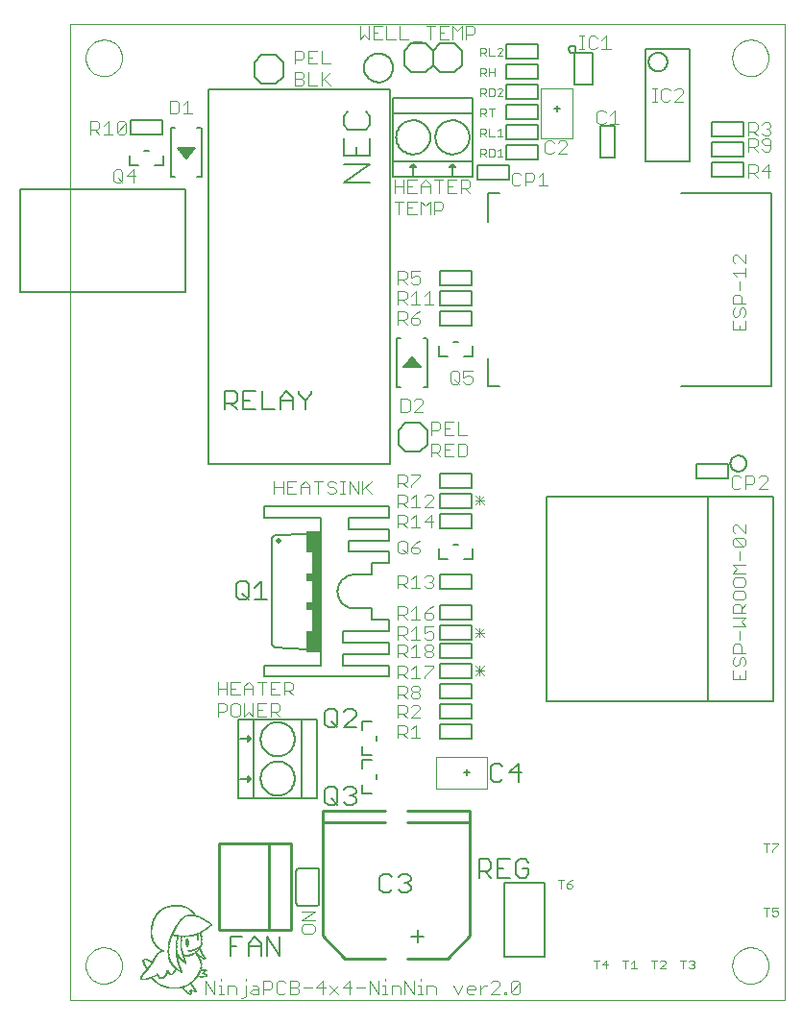
<source format=gto>
G75*
%MOIN*%
%OFA0B0*%
%FSLAX24Y24*%
%IPPOS*%
%LPD*%
%AMOC8*
5,1,8,0,0,1.08239X$1,22.5*
%
%ADD10C,0.0000*%
%ADD11C,0.0060*%
%ADD12C,0.0040*%
%ADD13C,0.0030*%
%ADD14C,0.0050*%
%ADD15C,0.0100*%
%ADD16C,0.0080*%
%ADD17C,0.0079*%
%ADD18C,0.0200*%
%ADD19R,0.0300X0.4200*%
%ADD20R,0.0200X0.0750*%
%ADD21R,0.0200X0.0300*%
%ADD22R,0.0040X0.0010*%
%ADD23R,0.0080X0.0010*%
%ADD24R,0.0100X0.0010*%
%ADD25R,0.0130X0.0010*%
%ADD26R,0.0060X0.0010*%
%ADD27R,0.0050X0.0010*%
%ADD28R,0.0030X0.0010*%
%ADD29R,0.0090X0.0010*%
%ADD30R,0.0120X0.0010*%
%ADD31R,0.0150X0.0010*%
%ADD32R,0.0270X0.0010*%
%ADD33R,0.0390X0.0010*%
%ADD34R,0.0490X0.0010*%
%ADD35R,0.0180X0.0010*%
%ADD36R,0.0220X0.0010*%
%ADD37R,0.0160X0.0010*%
%ADD38R,0.0110X0.0010*%
%ADD39R,0.0070X0.0010*%
%ADD40R,0.0170X0.0010*%
%ADD41R,0.0240X0.0010*%
%ADD42R,0.0190X0.0010*%
%ADD43R,0.0250X0.0010*%
%ADD44R,0.0360X0.0010*%
%ADD45R,0.0010X0.0010*%
%ADD46R,0.0020X0.0010*%
%ADD47R,0.0230X0.0010*%
%ADD48R,0.0210X0.0010*%
%ADD49R,0.0140X0.0010*%
%ADD50R,0.0280X0.0010*%
%ADD51R,0.0310X0.0010*%
%ADD52R,0.0470X0.0010*%
%ADD53R,0.0590X0.0010*%
%ADD54R,0.0200X0.0010*%
%ADD55R,0.0400X0.0010*%
%ADD56R,0.0340X0.0010*%
%ADD57R,0.0290X0.0010*%
%ADD58R,0.0510X0.0010*%
%ADD59R,0.0420X0.0010*%
%ADD60R,0.0300X0.0010*%
D10*
X001857Y002453D02*
X001857Y036312D01*
X026660Y036312D01*
X026660Y002453D01*
X001857Y002453D01*
X002408Y003634D02*
X002410Y003684D01*
X002416Y003734D01*
X002426Y003783D01*
X002440Y003831D01*
X002457Y003878D01*
X002478Y003923D01*
X002503Y003967D01*
X002531Y004008D01*
X002563Y004047D01*
X002597Y004084D01*
X002634Y004118D01*
X002674Y004148D01*
X002716Y004175D01*
X002760Y004199D01*
X002806Y004220D01*
X002853Y004236D01*
X002901Y004249D01*
X002951Y004258D01*
X003000Y004263D01*
X003051Y004264D01*
X003101Y004261D01*
X003150Y004254D01*
X003199Y004243D01*
X003247Y004228D01*
X003293Y004210D01*
X003338Y004188D01*
X003381Y004162D01*
X003422Y004133D01*
X003461Y004101D01*
X003497Y004066D01*
X003529Y004028D01*
X003559Y003988D01*
X003586Y003945D01*
X003609Y003901D01*
X003628Y003855D01*
X003644Y003807D01*
X003656Y003758D01*
X003664Y003709D01*
X003668Y003659D01*
X003668Y003609D01*
X003664Y003559D01*
X003656Y003510D01*
X003644Y003461D01*
X003628Y003413D01*
X003609Y003367D01*
X003586Y003323D01*
X003559Y003280D01*
X003529Y003240D01*
X003497Y003202D01*
X003461Y003167D01*
X003422Y003135D01*
X003381Y003106D01*
X003338Y003080D01*
X003293Y003058D01*
X003247Y003040D01*
X003199Y003025D01*
X003150Y003014D01*
X003101Y003007D01*
X003051Y003004D01*
X003000Y003005D01*
X002951Y003010D01*
X002901Y003019D01*
X002853Y003032D01*
X002806Y003048D01*
X002760Y003069D01*
X002716Y003093D01*
X002674Y003120D01*
X002634Y003150D01*
X002597Y003184D01*
X002563Y003221D01*
X002531Y003260D01*
X002503Y003301D01*
X002478Y003345D01*
X002457Y003390D01*
X002440Y003437D01*
X002426Y003485D01*
X002416Y003534D01*
X002410Y003584D01*
X002408Y003634D01*
X024849Y003634D02*
X024851Y003684D01*
X024857Y003734D01*
X024867Y003783D01*
X024881Y003831D01*
X024898Y003878D01*
X024919Y003923D01*
X024944Y003967D01*
X024972Y004008D01*
X025004Y004047D01*
X025038Y004084D01*
X025075Y004118D01*
X025115Y004148D01*
X025157Y004175D01*
X025201Y004199D01*
X025247Y004220D01*
X025294Y004236D01*
X025342Y004249D01*
X025392Y004258D01*
X025441Y004263D01*
X025492Y004264D01*
X025542Y004261D01*
X025591Y004254D01*
X025640Y004243D01*
X025688Y004228D01*
X025734Y004210D01*
X025779Y004188D01*
X025822Y004162D01*
X025863Y004133D01*
X025902Y004101D01*
X025938Y004066D01*
X025970Y004028D01*
X026000Y003988D01*
X026027Y003945D01*
X026050Y003901D01*
X026069Y003855D01*
X026085Y003807D01*
X026097Y003758D01*
X026105Y003709D01*
X026109Y003659D01*
X026109Y003609D01*
X026105Y003559D01*
X026097Y003510D01*
X026085Y003461D01*
X026069Y003413D01*
X026050Y003367D01*
X026027Y003323D01*
X026000Y003280D01*
X025970Y003240D01*
X025938Y003202D01*
X025902Y003167D01*
X025863Y003135D01*
X025822Y003106D01*
X025779Y003080D01*
X025734Y003058D01*
X025688Y003040D01*
X025640Y003025D01*
X025591Y003014D01*
X025542Y003007D01*
X025492Y003004D01*
X025441Y003005D01*
X025392Y003010D01*
X025342Y003019D01*
X025294Y003032D01*
X025247Y003048D01*
X025201Y003069D01*
X025157Y003093D01*
X025115Y003120D01*
X025075Y003150D01*
X025038Y003184D01*
X025004Y003221D01*
X024972Y003260D01*
X024944Y003301D01*
X024919Y003345D01*
X024898Y003390D01*
X024881Y003437D01*
X024867Y003485D01*
X024857Y003534D01*
X024851Y003584D01*
X024849Y003634D01*
X024849Y035130D02*
X024851Y035180D01*
X024857Y035230D01*
X024867Y035279D01*
X024881Y035327D01*
X024898Y035374D01*
X024919Y035419D01*
X024944Y035463D01*
X024972Y035504D01*
X025004Y035543D01*
X025038Y035580D01*
X025075Y035614D01*
X025115Y035644D01*
X025157Y035671D01*
X025201Y035695D01*
X025247Y035716D01*
X025294Y035732D01*
X025342Y035745D01*
X025392Y035754D01*
X025441Y035759D01*
X025492Y035760D01*
X025542Y035757D01*
X025591Y035750D01*
X025640Y035739D01*
X025688Y035724D01*
X025734Y035706D01*
X025779Y035684D01*
X025822Y035658D01*
X025863Y035629D01*
X025902Y035597D01*
X025938Y035562D01*
X025970Y035524D01*
X026000Y035484D01*
X026027Y035441D01*
X026050Y035397D01*
X026069Y035351D01*
X026085Y035303D01*
X026097Y035254D01*
X026105Y035205D01*
X026109Y035155D01*
X026109Y035105D01*
X026105Y035055D01*
X026097Y035006D01*
X026085Y034957D01*
X026069Y034909D01*
X026050Y034863D01*
X026027Y034819D01*
X026000Y034776D01*
X025970Y034736D01*
X025938Y034698D01*
X025902Y034663D01*
X025863Y034631D01*
X025822Y034602D01*
X025779Y034576D01*
X025734Y034554D01*
X025688Y034536D01*
X025640Y034521D01*
X025591Y034510D01*
X025542Y034503D01*
X025492Y034500D01*
X025441Y034501D01*
X025392Y034506D01*
X025342Y034515D01*
X025294Y034528D01*
X025247Y034544D01*
X025201Y034565D01*
X025157Y034589D01*
X025115Y034616D01*
X025075Y034646D01*
X025038Y034680D01*
X025004Y034717D01*
X024972Y034756D01*
X024944Y034797D01*
X024919Y034841D01*
X024898Y034886D01*
X024881Y034933D01*
X024867Y034981D01*
X024857Y035030D01*
X024851Y035080D01*
X024849Y035130D01*
X002408Y035130D02*
X002410Y035180D01*
X002416Y035230D01*
X002426Y035279D01*
X002440Y035327D01*
X002457Y035374D01*
X002478Y035419D01*
X002503Y035463D01*
X002531Y035504D01*
X002563Y035543D01*
X002597Y035580D01*
X002634Y035614D01*
X002674Y035644D01*
X002716Y035671D01*
X002760Y035695D01*
X002806Y035716D01*
X002853Y035732D01*
X002901Y035745D01*
X002951Y035754D01*
X003000Y035759D01*
X003051Y035760D01*
X003101Y035757D01*
X003150Y035750D01*
X003199Y035739D01*
X003247Y035724D01*
X003293Y035706D01*
X003338Y035684D01*
X003381Y035658D01*
X003422Y035629D01*
X003461Y035597D01*
X003497Y035562D01*
X003529Y035524D01*
X003559Y035484D01*
X003586Y035441D01*
X003609Y035397D01*
X003628Y035351D01*
X003644Y035303D01*
X003656Y035254D01*
X003664Y035205D01*
X003668Y035155D01*
X003668Y035105D01*
X003664Y035055D01*
X003656Y035006D01*
X003644Y034957D01*
X003628Y034909D01*
X003609Y034863D01*
X003586Y034819D01*
X003559Y034776D01*
X003529Y034736D01*
X003497Y034698D01*
X003461Y034663D01*
X003422Y034631D01*
X003381Y034602D01*
X003338Y034576D01*
X003293Y034554D01*
X003247Y034536D01*
X003199Y034521D01*
X003150Y034510D01*
X003101Y034503D01*
X003051Y034500D01*
X003000Y034501D01*
X002951Y034506D01*
X002901Y034515D01*
X002853Y034528D01*
X002806Y034544D01*
X002760Y034565D01*
X002716Y034589D01*
X002674Y034616D01*
X002634Y034646D01*
X002597Y034680D01*
X002563Y034717D01*
X002531Y034756D01*
X002503Y034797D01*
X002478Y034841D01*
X002457Y034886D01*
X002440Y034933D01*
X002426Y034981D01*
X002416Y035030D01*
X002410Y035080D01*
X002408Y035130D01*
D11*
X008258Y034978D02*
X008258Y034478D01*
X008508Y034228D01*
X009008Y034228D01*
X009258Y034478D01*
X009258Y034978D01*
X009008Y035228D01*
X008508Y035228D01*
X008258Y034978D01*
X013456Y034880D02*
X013456Y035380D01*
X013706Y035630D01*
X014206Y035630D01*
X014456Y035380D01*
X014706Y035630D01*
X015206Y035630D01*
X015456Y035380D01*
X015456Y034880D01*
X015206Y034630D01*
X014706Y034630D01*
X014456Y034880D01*
X014206Y034630D01*
X013706Y034630D01*
X013456Y034880D01*
X014456Y034880D02*
X014456Y035380D01*
X010243Y023564D02*
X010243Y023457D01*
X010029Y023244D01*
X010029Y022923D01*
X010029Y023244D02*
X009815Y023457D01*
X009815Y023564D01*
X009598Y023350D02*
X009598Y022923D01*
X009598Y023244D02*
X009171Y023244D01*
X009171Y023350D02*
X009384Y023564D01*
X009598Y023350D01*
X009171Y023350D02*
X009171Y022923D01*
X008953Y022923D02*
X008526Y022923D01*
X008526Y023564D01*
X008309Y023564D02*
X007882Y023564D01*
X007882Y022923D01*
X008309Y022923D01*
X008095Y023244D02*
X007882Y023244D01*
X007664Y023244D02*
X007558Y023137D01*
X007237Y023137D01*
X007237Y022923D02*
X007237Y023564D01*
X007558Y023564D01*
X007664Y023457D01*
X007664Y023244D01*
X007451Y023137D02*
X007664Y022923D01*
X008961Y018564D02*
X010111Y018614D01*
X008961Y018564D02*
X008861Y018464D01*
X008861Y014764D01*
X008961Y014664D01*
X010111Y014614D01*
X010824Y012534D02*
X011038Y012534D01*
X011144Y012427D01*
X011144Y012000D01*
X011038Y011893D01*
X010824Y011893D01*
X010717Y012000D01*
X010717Y012427D01*
X010824Y012534D01*
X010931Y012107D02*
X011144Y011893D01*
X011362Y011893D02*
X011789Y012320D01*
X011789Y012427D01*
X011682Y012534D01*
X011469Y012534D01*
X011362Y012427D01*
X011362Y011893D02*
X011789Y011893D01*
X011682Y009854D02*
X011469Y009854D01*
X011362Y009747D01*
X011144Y009747D02*
X011144Y009320D01*
X011038Y009213D01*
X010824Y009213D01*
X010717Y009320D01*
X010717Y009747D01*
X010824Y009854D01*
X011038Y009854D01*
X011144Y009747D01*
X010931Y009427D02*
X011144Y009213D01*
X011362Y009320D02*
X011469Y009213D01*
X011682Y009213D01*
X011789Y009320D01*
X011789Y009427D01*
X011682Y009534D01*
X011575Y009534D01*
X011682Y009534D02*
X011789Y009640D01*
X011789Y009747D01*
X011682Y009854D01*
X010418Y007013D02*
X009818Y007013D01*
X009801Y007011D01*
X009784Y007007D01*
X009768Y007000D01*
X009754Y006990D01*
X009741Y006977D01*
X009731Y006963D01*
X009724Y006947D01*
X009720Y006930D01*
X009718Y006913D01*
X009718Y005813D01*
X009720Y005796D01*
X009724Y005779D01*
X009731Y005763D01*
X009741Y005749D01*
X009754Y005736D01*
X009768Y005726D01*
X009784Y005719D01*
X009801Y005715D01*
X009818Y005713D01*
X010418Y005713D01*
X010435Y005715D01*
X010452Y005719D01*
X010468Y005726D01*
X010482Y005736D01*
X010495Y005749D01*
X010505Y005763D01*
X010512Y005779D01*
X010516Y005796D01*
X010518Y005813D01*
X010518Y006913D01*
X010516Y006930D01*
X010512Y006947D01*
X010505Y006963D01*
X010495Y006977D01*
X010482Y006990D01*
X010468Y007000D01*
X010452Y007007D01*
X010435Y007011D01*
X010418Y007013D01*
X009140Y004624D02*
X009140Y003983D01*
X008713Y004624D01*
X008713Y003983D01*
X008495Y003983D02*
X008495Y004410D01*
X008282Y004624D01*
X008068Y004410D01*
X008068Y003983D01*
X008068Y004304D02*
X008495Y004304D01*
X007851Y004624D02*
X007424Y004624D01*
X007424Y003983D01*
X007424Y004304D02*
X007637Y004304D01*
X012617Y006280D02*
X012724Y006173D01*
X012938Y006173D01*
X013044Y006280D01*
X013262Y006280D02*
X013369Y006173D01*
X013582Y006173D01*
X013689Y006280D01*
X013689Y006387D01*
X013582Y006494D01*
X013475Y006494D01*
X013582Y006494D02*
X013689Y006600D01*
X013689Y006707D01*
X013582Y006814D01*
X013369Y006814D01*
X013262Y006707D01*
X013044Y006707D02*
X012938Y006814D01*
X012724Y006814D01*
X012617Y006707D01*
X012617Y006280D01*
X013717Y004654D02*
X014144Y004654D01*
X013931Y004867D02*
X013931Y004440D01*
X016057Y006683D02*
X016057Y007324D01*
X016378Y007324D01*
X016484Y007217D01*
X016484Y007004D01*
X016378Y006897D01*
X016057Y006897D01*
X016271Y006897D02*
X016484Y006683D01*
X016702Y006683D02*
X017129Y006683D01*
X017346Y006790D02*
X017453Y006683D01*
X017667Y006683D01*
X017773Y006790D01*
X017773Y007004D01*
X017560Y007004D01*
X017773Y007217D02*
X017667Y007324D01*
X017453Y007324D01*
X017346Y007217D01*
X017346Y006790D01*
X017129Y007324D02*
X016702Y007324D01*
X016702Y006683D01*
X016702Y007004D02*
X016915Y007004D01*
X016778Y010013D02*
X016564Y010013D01*
X016457Y010120D01*
X016457Y010547D01*
X016564Y010654D01*
X016778Y010654D01*
X016884Y010547D01*
X017102Y010334D02*
X017529Y010334D01*
X017422Y010654D02*
X017422Y010013D01*
X017102Y010334D02*
X017422Y010654D01*
X016884Y010120D02*
X016778Y010013D01*
X008709Y016323D02*
X008282Y016323D01*
X008495Y016323D02*
X008495Y016964D01*
X008282Y016750D01*
X008064Y016857D02*
X008064Y016430D01*
X007958Y016323D01*
X007744Y016323D01*
X007637Y016430D01*
X007637Y016857D01*
X007744Y016964D01*
X007958Y016964D01*
X008064Y016857D01*
X007851Y016537D02*
X008064Y016323D01*
X013258Y021722D02*
X013258Y022222D01*
X013508Y022472D01*
X014008Y022472D01*
X014258Y022222D01*
X014258Y021722D01*
X014008Y021472D01*
X013508Y021472D01*
X013258Y021722D01*
D12*
X013247Y020684D02*
X013477Y020684D01*
X013554Y020607D01*
X013554Y020454D01*
X013477Y020377D01*
X013247Y020377D01*
X013247Y020223D02*
X013247Y020684D01*
X013401Y020377D02*
X013554Y020223D01*
X013708Y020223D02*
X013708Y020300D01*
X014015Y020607D01*
X014015Y020684D01*
X013708Y020684D01*
X013861Y019984D02*
X013861Y019523D01*
X013708Y019523D02*
X014015Y019523D01*
X014168Y019523D02*
X014475Y019830D01*
X014475Y019907D01*
X014398Y019984D01*
X014245Y019984D01*
X014168Y019907D01*
X013861Y019984D02*
X013708Y019830D01*
X013554Y019754D02*
X013477Y019677D01*
X013247Y019677D01*
X013247Y019523D02*
X013247Y019984D01*
X013477Y019984D01*
X013554Y019907D01*
X013554Y019754D01*
X013401Y019677D02*
X013554Y019523D01*
X013477Y019284D02*
X013554Y019207D01*
X013554Y019054D01*
X013477Y018977D01*
X013247Y018977D01*
X013247Y018823D02*
X013247Y019284D01*
X013477Y019284D01*
X013708Y019130D02*
X013861Y019284D01*
X013861Y018823D01*
X013708Y018823D02*
X014015Y018823D01*
X014168Y019054D02*
X014475Y019054D01*
X014398Y019284D02*
X014398Y018823D01*
X014168Y019054D02*
X014398Y019284D01*
X014475Y019523D02*
X014168Y019523D01*
X013554Y018823D02*
X013401Y018977D01*
X013477Y018384D02*
X013554Y018307D01*
X013554Y018000D01*
X013477Y017923D01*
X013324Y017923D01*
X013247Y018000D01*
X013247Y018307D01*
X013324Y018384D01*
X013477Y018384D01*
X013401Y018077D02*
X013554Y017923D01*
X013708Y018000D02*
X013784Y017923D01*
X013938Y017923D01*
X014015Y018000D01*
X014015Y018077D01*
X013938Y018154D01*
X013708Y018154D01*
X013708Y018000D01*
X013708Y018154D02*
X013861Y018307D01*
X014015Y018384D01*
X013861Y017184D02*
X013708Y017030D01*
X013554Y016954D02*
X013477Y016877D01*
X013247Y016877D01*
X013247Y016723D02*
X013247Y017184D01*
X013477Y017184D01*
X013554Y017107D01*
X013554Y016954D01*
X013401Y016877D02*
X013554Y016723D01*
X013708Y016723D02*
X014015Y016723D01*
X013861Y016723D02*
X013861Y017184D01*
X014168Y017107D02*
X014245Y017184D01*
X014398Y017184D01*
X014475Y017107D01*
X014475Y017030D01*
X014398Y016954D01*
X014475Y016877D01*
X014475Y016800D01*
X014398Y016723D01*
X014245Y016723D01*
X014168Y016800D01*
X014322Y016954D02*
X014398Y016954D01*
X014475Y016104D02*
X014322Y016027D01*
X014168Y015874D01*
X014398Y015874D01*
X014475Y015797D01*
X014475Y015720D01*
X014398Y015643D01*
X014245Y015643D01*
X014168Y015720D01*
X014168Y015874D01*
X014015Y015643D02*
X013708Y015643D01*
X013861Y015643D02*
X013861Y016104D01*
X013708Y015950D01*
X013554Y015874D02*
X013477Y015797D01*
X013247Y015797D01*
X013247Y015643D02*
X013247Y016104D01*
X013477Y016104D01*
X013554Y016027D01*
X013554Y015874D01*
X013401Y015797D02*
X013554Y015643D01*
X013477Y015404D02*
X013554Y015327D01*
X013554Y015174D01*
X013477Y015097D01*
X013247Y015097D01*
X013247Y014943D02*
X013247Y015404D01*
X013477Y015404D01*
X013708Y015250D02*
X013861Y015404D01*
X013861Y014943D01*
X013708Y014943D02*
X014015Y014943D01*
X014168Y015020D02*
X014245Y014943D01*
X014398Y014943D01*
X014475Y015020D01*
X014475Y015174D01*
X014398Y015250D01*
X014322Y015250D01*
X014168Y015174D01*
X014168Y015404D01*
X014475Y015404D01*
X014398Y014784D02*
X014245Y014784D01*
X014168Y014707D01*
X014168Y014630D01*
X014245Y014554D01*
X014398Y014554D01*
X014475Y014477D01*
X014475Y014400D01*
X014398Y014323D01*
X014245Y014323D01*
X014168Y014400D01*
X014168Y014477D01*
X014245Y014554D01*
X014398Y014554D02*
X014475Y014630D01*
X014475Y014707D01*
X014398Y014784D01*
X013861Y014784D02*
X013861Y014323D01*
X013708Y014323D02*
X014015Y014323D01*
X014168Y014054D02*
X014475Y014054D01*
X014475Y013977D01*
X014168Y013670D01*
X014168Y013593D01*
X014015Y013593D02*
X013708Y013593D01*
X013861Y013593D02*
X013861Y014054D01*
X013708Y013900D01*
X013554Y013824D02*
X013477Y013747D01*
X013247Y013747D01*
X013247Y013593D02*
X013247Y014054D01*
X013477Y014054D01*
X013554Y013977D01*
X013554Y013824D01*
X013401Y013747D02*
X013554Y013593D01*
X013477Y013354D02*
X013554Y013277D01*
X013554Y013124D01*
X013477Y013047D01*
X013247Y013047D01*
X013247Y012893D02*
X013247Y013354D01*
X013477Y013354D01*
X013708Y013277D02*
X013708Y013200D01*
X013784Y013124D01*
X013938Y013124D01*
X014015Y013047D01*
X014015Y012970D01*
X013938Y012893D01*
X013784Y012893D01*
X013708Y012970D01*
X013708Y013047D01*
X013784Y013124D01*
X013938Y013124D02*
X014015Y013200D01*
X014015Y013277D01*
X013938Y013354D01*
X013784Y013354D01*
X013708Y013277D01*
X013401Y013047D02*
X013554Y012893D01*
X013477Y012684D02*
X013554Y012607D01*
X013554Y012454D01*
X013477Y012377D01*
X013247Y012377D01*
X013247Y012223D02*
X013247Y012684D01*
X013477Y012684D01*
X013708Y012607D02*
X013784Y012684D01*
X013938Y012684D01*
X014015Y012607D01*
X014015Y012530D01*
X013708Y012223D01*
X014015Y012223D01*
X013861Y011984D02*
X013708Y011830D01*
X013554Y011754D02*
X013477Y011677D01*
X013247Y011677D01*
X013247Y011523D02*
X013247Y011984D01*
X013477Y011984D01*
X013554Y011907D01*
X013554Y011754D01*
X013401Y011677D02*
X013554Y011523D01*
X013708Y011523D02*
X014015Y011523D01*
X013861Y011523D02*
X013861Y011984D01*
X013554Y012223D02*
X013401Y012377D01*
X014582Y010873D02*
X016332Y010873D01*
X016332Y009773D01*
X014582Y009773D01*
X014582Y010873D01*
X015927Y013720D02*
X016234Y014027D01*
X016081Y014027D02*
X016081Y013720D01*
X016234Y013720D02*
X015927Y014027D01*
X015927Y013874D02*
X016234Y013874D01*
X016234Y015030D02*
X015927Y015337D01*
X015927Y015184D02*
X016234Y015184D01*
X016234Y015337D02*
X015927Y015030D01*
X016081Y015030D02*
X016081Y015337D01*
X013861Y014784D02*
X013708Y014630D01*
X013554Y014554D02*
X013477Y014477D01*
X013247Y014477D01*
X013247Y014323D02*
X013247Y014784D01*
X013477Y014784D01*
X013554Y014707D01*
X013554Y014554D01*
X013401Y014477D02*
X013554Y014323D01*
X013554Y014943D02*
X013401Y015097D01*
X015927Y019630D02*
X016234Y019937D01*
X016081Y019937D02*
X016081Y019630D01*
X016234Y019630D02*
X015927Y019937D01*
X015927Y019784D02*
X016234Y019784D01*
X015558Y021293D02*
X015328Y021293D01*
X015328Y021754D01*
X015558Y021754D01*
X015635Y021677D01*
X015635Y021370D01*
X015558Y021293D01*
X015175Y021293D02*
X014868Y021293D01*
X014868Y021754D01*
X015175Y021754D01*
X015021Y021524D02*
X014868Y021524D01*
X014714Y021524D02*
X014637Y021447D01*
X014407Y021447D01*
X014407Y021293D02*
X014407Y021754D01*
X014637Y021754D01*
X014714Y021677D01*
X014714Y021524D01*
X014561Y021447D02*
X014714Y021293D01*
X014868Y022043D02*
X015175Y022043D01*
X015328Y022043D02*
X015328Y022504D01*
X015175Y022504D02*
X014868Y022504D01*
X014868Y022043D01*
X014868Y022274D02*
X015021Y022274D01*
X014714Y022274D02*
X014637Y022197D01*
X014407Y022197D01*
X014407Y022043D02*
X014407Y022504D01*
X014637Y022504D01*
X014714Y022427D01*
X014714Y022274D01*
X015328Y022043D02*
X015635Y022043D01*
X014115Y022843D02*
X013808Y022843D01*
X014115Y023150D01*
X014115Y023227D01*
X014038Y023304D01*
X013884Y023304D01*
X013808Y023227D01*
X013654Y023227D02*
X013577Y023304D01*
X013347Y023304D01*
X013347Y022843D01*
X013577Y022843D01*
X013654Y022920D01*
X013654Y023227D01*
X015057Y023890D02*
X015134Y023813D01*
X015287Y023813D01*
X015364Y023890D01*
X015364Y024197D01*
X015287Y024274D01*
X015134Y024274D01*
X015057Y024197D01*
X015057Y023890D01*
X015211Y023967D02*
X015364Y023813D01*
X015518Y023890D02*
X015594Y023813D01*
X015748Y023813D01*
X015825Y023890D01*
X015825Y024044D01*
X015748Y024120D01*
X015671Y024120D01*
X015518Y024044D01*
X015518Y024274D01*
X015825Y024274D01*
X014475Y026573D02*
X014168Y026573D01*
X014015Y026573D02*
X013708Y026573D01*
X013861Y026573D02*
X013861Y027034D01*
X013708Y026880D01*
X013554Y026804D02*
X013477Y026727D01*
X013247Y026727D01*
X013247Y026573D02*
X013247Y027034D01*
X013477Y027034D01*
X013554Y026957D01*
X013554Y026804D01*
X013401Y026727D02*
X013554Y026573D01*
X013477Y026334D02*
X013554Y026257D01*
X013554Y026104D01*
X013477Y026027D01*
X013247Y026027D01*
X013247Y025873D02*
X013247Y026334D01*
X013477Y026334D01*
X013401Y026027D02*
X013554Y025873D01*
X013708Y025950D02*
X013784Y025873D01*
X013938Y025873D01*
X014015Y025950D01*
X014015Y026027D01*
X013938Y026104D01*
X013708Y026104D01*
X013708Y025950D01*
X013708Y026104D02*
X013861Y026257D01*
X014015Y026334D01*
X014322Y026573D02*
X014322Y027034D01*
X014168Y026880D01*
X013938Y027273D02*
X013784Y027273D01*
X013708Y027350D01*
X013708Y027504D02*
X013861Y027580D01*
X013938Y027580D01*
X014015Y027504D01*
X014015Y027350D01*
X013938Y027273D01*
X013708Y027504D02*
X013708Y027734D01*
X014015Y027734D01*
X013554Y027657D02*
X013554Y027504D01*
X013477Y027427D01*
X013247Y027427D01*
X013247Y027273D02*
X013247Y027734D01*
X013477Y027734D01*
X013554Y027657D01*
X013401Y027427D02*
X013554Y027273D01*
X013585Y029693D02*
X013892Y029693D01*
X014046Y029693D02*
X014046Y030154D01*
X014199Y030000D01*
X014353Y030154D01*
X014353Y029693D01*
X014506Y029693D02*
X014506Y030154D01*
X014736Y030154D01*
X014813Y030077D01*
X014813Y029924D01*
X014736Y029847D01*
X014506Y029847D01*
X014353Y030443D02*
X014353Y030750D01*
X014199Y030904D01*
X014046Y030750D01*
X014046Y030443D01*
X013892Y030443D02*
X013585Y030443D01*
X013585Y030904D01*
X013892Y030904D01*
X013739Y030674D02*
X013585Y030674D01*
X013432Y030674D02*
X013125Y030674D01*
X013125Y030904D02*
X013125Y030443D01*
X013125Y030154D02*
X013432Y030154D01*
X013585Y030154D02*
X013585Y029693D01*
X013585Y029924D02*
X013739Y029924D01*
X013892Y030154D02*
X013585Y030154D01*
X013278Y030154D02*
X013278Y029693D01*
X013432Y030443D02*
X013432Y030904D01*
X014046Y030674D02*
X014353Y030674D01*
X014506Y030904D02*
X014813Y030904D01*
X014660Y030904D02*
X014660Y030443D01*
X014966Y030443D02*
X014966Y030904D01*
X015273Y030904D01*
X015427Y030904D02*
X015657Y030904D01*
X015734Y030827D01*
X015734Y030674D01*
X015657Y030597D01*
X015427Y030597D01*
X015580Y030597D02*
X015734Y030443D01*
X015427Y030443D02*
X015427Y030904D01*
X015120Y030674D02*
X014966Y030674D01*
X014966Y030443D02*
X015273Y030443D01*
X017207Y030770D02*
X017284Y030693D01*
X017437Y030693D01*
X017514Y030770D01*
X017668Y030693D02*
X017668Y031154D01*
X017898Y031154D01*
X017975Y031077D01*
X017975Y030924D01*
X017898Y030847D01*
X017668Y030847D01*
X017514Y031077D02*
X017437Y031154D01*
X017284Y031154D01*
X017207Y031077D01*
X017207Y030770D01*
X018128Y030693D02*
X018435Y030693D01*
X018282Y030693D02*
X018282Y031154D01*
X018128Y031000D01*
X018423Y031803D02*
X018577Y031803D01*
X018653Y031880D01*
X018807Y031803D02*
X019114Y032110D01*
X019114Y032187D01*
X019037Y032264D01*
X018884Y032264D01*
X018807Y032187D01*
X018653Y032187D02*
X018577Y032264D01*
X018423Y032264D01*
X018346Y032187D01*
X018346Y031880D01*
X018423Y031803D01*
X018807Y031803D02*
X019114Y031803D01*
X019307Y032328D02*
X018207Y032328D01*
X018207Y034078D01*
X019307Y034078D01*
X019307Y032328D01*
X020147Y032920D02*
X020147Y033227D01*
X020224Y033304D01*
X020377Y033304D01*
X020454Y033227D01*
X020608Y033150D02*
X020761Y033304D01*
X020761Y032843D01*
X020608Y032843D02*
X020915Y032843D01*
X020454Y032920D02*
X020377Y032843D01*
X020224Y032843D01*
X020147Y032920D01*
X022077Y033613D02*
X022231Y033613D01*
X022154Y033613D02*
X022154Y034074D01*
X022077Y034074D02*
X022231Y034074D01*
X022384Y033997D02*
X022384Y033690D01*
X022461Y033613D01*
X022614Y033613D01*
X022691Y033690D01*
X022845Y033613D02*
X023152Y033920D01*
X023152Y033997D01*
X023075Y034074D01*
X022921Y034074D01*
X022845Y033997D01*
X022691Y033997D02*
X022614Y034074D01*
X022461Y034074D01*
X022384Y033997D01*
X022845Y033613D02*
X023152Y033613D01*
X025417Y032894D02*
X025417Y032433D01*
X025417Y032344D02*
X025647Y032344D01*
X025724Y032267D01*
X025724Y032114D01*
X025647Y032037D01*
X025417Y032037D01*
X025417Y031883D02*
X025417Y032344D01*
X025417Y032587D02*
X025647Y032587D01*
X025724Y032664D01*
X025724Y032817D01*
X025647Y032894D01*
X025417Y032894D01*
X025571Y032587D02*
X025724Y032433D01*
X025878Y032510D02*
X025954Y032433D01*
X026108Y032433D01*
X026185Y032510D01*
X026185Y032587D01*
X026108Y032664D01*
X026031Y032664D01*
X026108Y032664D02*
X026185Y032740D01*
X026185Y032817D01*
X026108Y032894D01*
X025954Y032894D01*
X025878Y032817D01*
X025954Y032344D02*
X025878Y032267D01*
X025878Y032190D01*
X025954Y032114D01*
X026185Y032114D01*
X026185Y032267D02*
X026108Y032344D01*
X025954Y032344D01*
X026185Y032267D02*
X026185Y031960D01*
X026108Y031883D01*
X025954Y031883D01*
X025878Y031960D01*
X025724Y031883D02*
X025571Y032037D01*
X025647Y031434D02*
X025724Y031357D01*
X025724Y031204D01*
X025647Y031127D01*
X025417Y031127D01*
X025417Y030973D02*
X025417Y031434D01*
X025647Y031434D01*
X025571Y031127D02*
X025724Y030973D01*
X025878Y031204D02*
X026185Y031204D01*
X026108Y031434D02*
X026108Y030973D01*
X025878Y031204D02*
X026108Y031434D01*
X025317Y028302D02*
X025317Y027995D01*
X025010Y028302D01*
X024934Y028302D01*
X024857Y028225D01*
X024857Y028072D01*
X024934Y027995D01*
X024857Y027688D02*
X025317Y027688D01*
X025317Y027535D02*
X025317Y027842D01*
X025010Y027535D02*
X024857Y027688D01*
X025087Y027381D02*
X025087Y027075D01*
X025087Y026921D02*
X025164Y026844D01*
X025164Y026614D01*
X025317Y026614D02*
X024857Y026614D01*
X024857Y026844D01*
X024934Y026921D01*
X025087Y026921D01*
X025164Y026461D02*
X025087Y026384D01*
X025087Y026230D01*
X025010Y026154D01*
X024934Y026154D01*
X024857Y026230D01*
X024857Y026384D01*
X024934Y026461D01*
X025164Y026461D02*
X025241Y026461D01*
X025317Y026384D01*
X025317Y026230D01*
X025241Y026154D01*
X025317Y026000D02*
X025317Y025693D01*
X024857Y025693D01*
X024857Y026000D01*
X025087Y025847D02*
X025087Y025693D01*
X025067Y020634D02*
X024914Y020634D01*
X024837Y020557D01*
X024837Y020250D01*
X024914Y020173D01*
X025067Y020173D01*
X025144Y020250D01*
X025298Y020173D02*
X025298Y020634D01*
X025528Y020634D01*
X025605Y020557D01*
X025605Y020404D01*
X025528Y020327D01*
X025298Y020327D01*
X025144Y020557D02*
X025067Y020634D01*
X025758Y020557D02*
X025835Y020634D01*
X025988Y020634D01*
X026065Y020557D01*
X026065Y020480D01*
X025758Y020173D01*
X026065Y020173D01*
X025317Y018935D02*
X025317Y018628D01*
X025010Y018935D01*
X024934Y018935D01*
X024857Y018858D01*
X024857Y018704D01*
X024934Y018628D01*
X024934Y018474D02*
X025241Y018167D01*
X025317Y018244D01*
X025317Y018397D01*
X025241Y018474D01*
X024934Y018474D01*
X024857Y018397D01*
X024857Y018244D01*
X024934Y018167D01*
X025241Y018167D01*
X025087Y018014D02*
X025087Y017707D01*
X024857Y017553D02*
X025317Y017553D01*
X025317Y017246D02*
X024857Y017246D01*
X025010Y017400D01*
X024857Y017553D01*
X024934Y017093D02*
X024857Y017016D01*
X024857Y016863D01*
X024934Y016786D01*
X025241Y016786D01*
X025317Y016863D01*
X025317Y017016D01*
X025241Y017093D01*
X024934Y017093D01*
X024934Y016633D02*
X024857Y016556D01*
X024857Y016402D01*
X024934Y016326D01*
X025241Y016326D01*
X025317Y016402D01*
X025317Y016556D01*
X025241Y016633D01*
X024934Y016633D01*
X024934Y016172D02*
X025087Y016172D01*
X025164Y016095D01*
X025164Y015865D01*
X025317Y015865D02*
X024857Y015865D01*
X024857Y016095D01*
X024934Y016172D01*
X025164Y016019D02*
X025317Y016172D01*
X025317Y015712D02*
X024857Y015712D01*
X024857Y015405D02*
X025317Y015405D01*
X025164Y015558D01*
X025317Y015712D01*
X025087Y015251D02*
X025087Y014945D01*
X025087Y014791D02*
X025164Y014714D01*
X025164Y014484D01*
X025317Y014484D02*
X024857Y014484D01*
X024857Y014714D01*
X024934Y014791D01*
X025087Y014791D01*
X025164Y014331D02*
X025241Y014331D01*
X025317Y014254D01*
X025317Y014100D01*
X025241Y014024D01*
X025317Y013870D02*
X025317Y013563D01*
X024857Y013563D01*
X024857Y013870D01*
X024934Y014024D02*
X025010Y014024D01*
X025087Y014100D01*
X025087Y014254D01*
X025164Y014331D01*
X024934Y014331D02*
X024857Y014254D01*
X024857Y014100D01*
X024934Y014024D01*
X025087Y013717D02*
X025087Y013563D01*
X017397Y003104D02*
X017473Y003027D01*
X017166Y002720D01*
X017243Y002643D01*
X017397Y002643D01*
X017473Y002720D01*
X017473Y003027D01*
X017397Y003104D02*
X017243Y003104D01*
X017166Y003027D01*
X017166Y002720D01*
X017013Y002720D02*
X017013Y002643D01*
X016936Y002643D01*
X016936Y002720D01*
X017013Y002720D01*
X016783Y002643D02*
X016476Y002643D01*
X016783Y002950D01*
X016783Y003027D01*
X016706Y003104D01*
X016552Y003104D01*
X016476Y003027D01*
X016322Y002950D02*
X016246Y002950D01*
X016092Y002797D01*
X016092Y002950D02*
X016092Y002643D01*
X015939Y002797D02*
X015632Y002797D01*
X015632Y002874D02*
X015708Y002950D01*
X015862Y002950D01*
X015939Y002874D01*
X015939Y002797D01*
X015862Y002643D02*
X015708Y002643D01*
X015632Y002720D01*
X015632Y002874D01*
X015478Y002950D02*
X015325Y002643D01*
X015171Y002950D01*
X014557Y002874D02*
X014557Y002643D01*
X014557Y002874D02*
X014481Y002950D01*
X014250Y002950D01*
X014250Y002643D01*
X014097Y002643D02*
X013944Y002643D01*
X014020Y002643D02*
X014020Y002950D01*
X013944Y002950D01*
X014020Y003104D02*
X014020Y003180D01*
X013790Y003104D02*
X013790Y002643D01*
X013483Y003104D01*
X013483Y002643D01*
X013330Y002643D02*
X013330Y002874D01*
X013253Y002950D01*
X013023Y002950D01*
X013023Y002643D01*
X012869Y002643D02*
X012716Y002643D01*
X012793Y002643D02*
X012793Y002950D01*
X012716Y002950D01*
X012793Y003104D02*
X012793Y003180D01*
X012562Y003104D02*
X012562Y002643D01*
X012255Y003104D01*
X012255Y002643D01*
X012102Y002874D02*
X011795Y002874D01*
X011642Y002874D02*
X011335Y002874D01*
X011565Y003104D01*
X011565Y002643D01*
X011181Y002643D02*
X010874Y002950D01*
X010721Y002874D02*
X010414Y002874D01*
X010644Y003104D01*
X010644Y002643D01*
X010874Y002643D02*
X011181Y002950D01*
X010260Y002874D02*
X009953Y002874D01*
X009800Y002950D02*
X009800Y003027D01*
X009723Y003104D01*
X009493Y003104D01*
X009493Y002643D01*
X009723Y002643D01*
X009800Y002720D01*
X009800Y002797D01*
X009723Y002874D01*
X009493Y002874D01*
X009340Y003027D02*
X009263Y003104D01*
X009109Y003104D01*
X009033Y003027D01*
X009033Y002720D01*
X009109Y002643D01*
X009263Y002643D01*
X009340Y002720D01*
X009723Y002874D02*
X009800Y002950D01*
X008879Y002874D02*
X008803Y002797D01*
X008572Y002797D01*
X008419Y002797D02*
X008189Y002797D01*
X008112Y002720D01*
X008189Y002643D01*
X008419Y002643D01*
X008419Y002874D01*
X008342Y002950D01*
X008189Y002950D01*
X007958Y002950D02*
X007958Y002567D01*
X007882Y002490D01*
X007805Y002490D01*
X007652Y002643D02*
X007652Y002874D01*
X007575Y002950D01*
X007345Y002950D01*
X007345Y002643D01*
X007191Y002643D02*
X007038Y002643D01*
X007114Y002643D02*
X007114Y002950D01*
X007038Y002950D01*
X007114Y003104D02*
X007114Y003180D01*
X006884Y003104D02*
X006884Y002643D01*
X006577Y003104D01*
X006577Y002643D01*
X007958Y003104D02*
X007958Y003180D01*
X008572Y003104D02*
X008572Y002643D01*
X008879Y002874D02*
X008879Y003027D01*
X008803Y003104D01*
X008572Y003104D01*
X009974Y004753D02*
X010281Y004753D01*
X010357Y004829D01*
X010357Y004983D01*
X010281Y005059D01*
X009974Y005059D01*
X009897Y004983D01*
X009897Y004829D01*
X009974Y004753D01*
X009897Y005213D02*
X010357Y005520D01*
X009897Y005520D01*
X009897Y005213D02*
X010357Y005213D01*
X009136Y012273D02*
X008982Y012427D01*
X009059Y012427D02*
X008829Y012427D01*
X008829Y012273D02*
X008829Y012734D01*
X009059Y012734D01*
X009136Y012657D01*
X009136Y012504D01*
X009059Y012427D01*
X008675Y012273D02*
X008368Y012273D01*
X008368Y012734D01*
X008675Y012734D01*
X008522Y012504D02*
X008368Y012504D01*
X008215Y012734D02*
X008215Y012273D01*
X008062Y012427D01*
X007908Y012273D01*
X007908Y012734D01*
X007755Y012657D02*
X007755Y012350D01*
X007678Y012273D01*
X007524Y012273D01*
X007448Y012350D01*
X007448Y012657D01*
X007524Y012734D01*
X007678Y012734D01*
X007755Y012657D01*
X007755Y013023D02*
X007448Y013023D01*
X007448Y013484D01*
X007755Y013484D01*
X007908Y013330D02*
X007908Y013023D01*
X007908Y013254D02*
X008215Y013254D01*
X008215Y013330D02*
X008215Y013023D01*
X008522Y013023D02*
X008522Y013484D01*
X008675Y013484D02*
X008368Y013484D01*
X008215Y013330D02*
X008062Y013484D01*
X007908Y013330D01*
X007601Y013254D02*
X007448Y013254D01*
X007294Y013254D02*
X006987Y013254D01*
X006987Y013484D02*
X006987Y013023D01*
X006987Y012734D02*
X007217Y012734D01*
X007294Y012657D01*
X007294Y012504D01*
X007217Y012427D01*
X006987Y012427D01*
X006987Y012273D02*
X006987Y012734D01*
X007294Y013023D02*
X007294Y013484D01*
X008829Y013484D02*
X008829Y013023D01*
X009136Y013023D01*
X009289Y013023D02*
X009289Y013484D01*
X009519Y013484D01*
X009596Y013407D01*
X009596Y013254D01*
X009519Y013177D01*
X009289Y013177D01*
X009443Y013177D02*
X009596Y013023D01*
X009136Y013484D02*
X008829Y013484D01*
X008829Y013254D02*
X008982Y013254D01*
X008947Y019993D02*
X008947Y020454D01*
X008947Y020224D02*
X009254Y020224D01*
X009408Y020224D02*
X009561Y020224D01*
X009408Y020454D02*
X009408Y019993D01*
X009715Y019993D01*
X009868Y019993D02*
X009868Y020300D01*
X010022Y020454D01*
X010175Y020300D01*
X010175Y019993D01*
X010175Y020224D02*
X009868Y020224D01*
X009715Y020454D02*
X009408Y020454D01*
X009254Y020454D02*
X009254Y019993D01*
X010328Y020454D02*
X010635Y020454D01*
X010482Y020454D02*
X010482Y019993D01*
X010789Y020070D02*
X010866Y019993D01*
X011019Y019993D01*
X011096Y020070D01*
X011096Y020147D01*
X011019Y020224D01*
X010866Y020224D01*
X010789Y020300D01*
X010789Y020377D01*
X010866Y020454D01*
X011019Y020454D01*
X011096Y020377D01*
X011249Y020454D02*
X011403Y020454D01*
X011326Y020454D02*
X011326Y019993D01*
X011249Y019993D02*
X011403Y019993D01*
X011556Y019993D02*
X011556Y020454D01*
X011863Y019993D01*
X011863Y020454D01*
X012017Y020454D02*
X012017Y019993D01*
X012017Y020147D02*
X012323Y020454D01*
X012093Y020224D02*
X012323Y019993D01*
X004068Y030803D02*
X004068Y031264D01*
X003838Y031034D01*
X004145Y031034D01*
X003684Y031187D02*
X003684Y030880D01*
X003607Y030803D01*
X003454Y030803D01*
X003377Y030880D01*
X003377Y031187D01*
X003454Y031264D01*
X003607Y031264D01*
X003684Y031187D01*
X003531Y030957D02*
X003684Y030803D01*
X003728Y032473D02*
X003575Y032473D01*
X003498Y032550D01*
X003805Y032857D01*
X003805Y032550D01*
X003728Y032473D01*
X003498Y032550D02*
X003498Y032857D01*
X003575Y032934D01*
X003728Y032934D01*
X003805Y032857D01*
X003345Y032473D02*
X003038Y032473D01*
X003191Y032473D02*
X003191Y032934D01*
X003038Y032780D01*
X002884Y032704D02*
X002884Y032857D01*
X002807Y032934D01*
X002577Y032934D01*
X002577Y032473D01*
X002577Y032627D02*
X002807Y032627D01*
X002884Y032704D01*
X002731Y032627D02*
X002884Y032473D01*
X005337Y033193D02*
X005567Y033193D01*
X005644Y033270D01*
X005644Y033577D01*
X005567Y033654D01*
X005337Y033654D01*
X005337Y033193D01*
X005798Y033193D02*
X006105Y033193D01*
X005951Y033193D02*
X005951Y033654D01*
X005798Y033500D01*
X009667Y034173D02*
X009897Y034173D01*
X009974Y034250D01*
X009974Y034327D01*
X009897Y034404D01*
X009667Y034404D01*
X009667Y034634D02*
X009897Y034634D01*
X009974Y034557D01*
X009974Y034480D01*
X009897Y034404D01*
X009667Y034173D02*
X009667Y034634D01*
X009667Y034923D02*
X009667Y035384D01*
X009897Y035384D01*
X009974Y035307D01*
X009974Y035154D01*
X009897Y035077D01*
X009667Y035077D01*
X010128Y035154D02*
X010281Y035154D01*
X010435Y035384D02*
X010128Y035384D01*
X010128Y034923D01*
X010435Y034923D01*
X010588Y034923D02*
X010588Y035384D01*
X010588Y034923D02*
X010895Y034923D01*
X010895Y034634D02*
X010588Y034327D01*
X010665Y034404D02*
X010895Y034173D01*
X010588Y034173D02*
X010588Y034634D01*
X010435Y034173D02*
X010128Y034173D01*
X010128Y034634D01*
X011927Y035773D02*
X012081Y035927D01*
X012234Y035773D01*
X012234Y036234D01*
X012388Y036234D02*
X012388Y035773D01*
X012695Y035773D01*
X012848Y035773D02*
X013155Y035773D01*
X013308Y035773D02*
X013615Y035773D01*
X013769Y035697D02*
X014076Y035697D01*
X014383Y035773D02*
X014383Y036234D01*
X014536Y036234D02*
X014229Y036234D01*
X014690Y036234D02*
X014690Y035773D01*
X014997Y035773D01*
X015150Y035773D02*
X015150Y036234D01*
X015303Y036080D01*
X015457Y036234D01*
X015457Y035773D01*
X015610Y035773D02*
X015610Y036234D01*
X015841Y036234D01*
X015917Y036157D01*
X015917Y036004D01*
X015841Y035927D01*
X015610Y035927D01*
X014997Y036234D02*
X014690Y036234D01*
X014690Y036004D02*
X014843Y036004D01*
X013308Y036234D02*
X013308Y035773D01*
X012848Y035773D02*
X012848Y036234D01*
X012695Y036234D02*
X012388Y036234D01*
X012388Y036004D02*
X012541Y036004D01*
X011927Y036234D02*
X011927Y035773D01*
X019547Y035894D02*
X019701Y035894D01*
X019624Y035894D02*
X019624Y035433D01*
X019547Y035433D02*
X019701Y035433D01*
X019854Y035510D02*
X019854Y035817D01*
X019931Y035894D01*
X020084Y035894D01*
X020161Y035817D01*
X020315Y035740D02*
X020468Y035894D01*
X020468Y035433D01*
X020315Y035433D02*
X020622Y035433D01*
X020161Y035510D02*
X020084Y035433D01*
X019931Y035433D01*
X019854Y035510D01*
D13*
X016885Y035440D02*
X016885Y035392D01*
X016692Y035198D01*
X016885Y035198D01*
X016885Y035440D02*
X016837Y035489D01*
X016740Y035489D01*
X016692Y035440D01*
X016590Y035198D02*
X016397Y035198D01*
X016397Y035489D01*
X016296Y035440D02*
X016296Y035343D01*
X016247Y035295D01*
X016102Y035295D01*
X016102Y035198D02*
X016102Y035489D01*
X016247Y035489D01*
X016296Y035440D01*
X016199Y035295D02*
X016296Y035198D01*
X016247Y034789D02*
X016296Y034740D01*
X016296Y034643D01*
X016247Y034595D01*
X016102Y034595D01*
X016102Y034498D02*
X016102Y034789D01*
X016247Y034789D01*
X016397Y034789D02*
X016397Y034498D01*
X016296Y034498D02*
X016199Y034595D01*
X016397Y034643D02*
X016590Y034643D01*
X016590Y034498D02*
X016590Y034789D01*
X016542Y034089D02*
X016397Y034089D01*
X016397Y033798D01*
X016542Y033798D01*
X016590Y033847D01*
X016590Y034040D01*
X016542Y034089D01*
X016692Y034040D02*
X016740Y034089D01*
X016837Y034089D01*
X016885Y034040D01*
X016885Y033992D01*
X016692Y033798D01*
X016885Y033798D01*
X016590Y033389D02*
X016397Y033389D01*
X016494Y033389D02*
X016494Y033098D01*
X016296Y033098D02*
X016199Y033195D01*
X016247Y033195D02*
X016102Y033195D01*
X016102Y033098D02*
X016102Y033389D01*
X016247Y033389D01*
X016296Y033340D01*
X016296Y033243D01*
X016247Y033195D01*
X016296Y033798D02*
X016199Y033895D01*
X016247Y033895D02*
X016102Y033895D01*
X016102Y033798D02*
X016102Y034089D01*
X016247Y034089D01*
X016296Y034040D01*
X016296Y033943D01*
X016247Y033895D01*
X016247Y032689D02*
X016296Y032640D01*
X016296Y032543D01*
X016247Y032495D01*
X016102Y032495D01*
X016102Y032398D02*
X016102Y032689D01*
X016247Y032689D01*
X016397Y032689D02*
X016397Y032398D01*
X016590Y032398D01*
X016692Y032398D02*
X016885Y032398D01*
X016788Y032398D02*
X016788Y032689D01*
X016692Y032592D01*
X016296Y032398D02*
X016199Y032495D01*
X016247Y031989D02*
X016296Y031940D01*
X016296Y031843D01*
X016247Y031795D01*
X016102Y031795D01*
X016102Y031698D02*
X016102Y031989D01*
X016247Y031989D01*
X016397Y031989D02*
X016542Y031989D01*
X016590Y031940D01*
X016590Y031747D01*
X016542Y031698D01*
X016397Y031698D01*
X016397Y031989D01*
X016199Y031795D02*
X016296Y031698D01*
X016692Y031698D02*
X016885Y031698D01*
X016788Y031698D02*
X016788Y031989D01*
X016692Y031892D01*
X025932Y007879D02*
X026126Y007879D01*
X026029Y007879D02*
X026029Y007588D01*
X026227Y007588D02*
X026227Y007637D01*
X026420Y007830D01*
X026420Y007879D01*
X026227Y007879D01*
X026227Y005639D02*
X026227Y005493D01*
X026324Y005542D01*
X026372Y005542D01*
X026420Y005493D01*
X026420Y005397D01*
X026372Y005348D01*
X026275Y005348D01*
X026227Y005397D01*
X026029Y005348D02*
X026029Y005639D01*
X025932Y005639D02*
X026126Y005639D01*
X026227Y005639D02*
X026420Y005639D01*
X023520Y003770D02*
X023520Y003722D01*
X023472Y003673D01*
X023520Y003625D01*
X023520Y003577D01*
X023472Y003528D01*
X023375Y003528D01*
X023327Y003577D01*
X023424Y003673D02*
X023472Y003673D01*
X023520Y003770D02*
X023472Y003819D01*
X023375Y003819D01*
X023327Y003770D01*
X023226Y003819D02*
X023032Y003819D01*
X023129Y003819D02*
X023129Y003528D01*
X022520Y003528D02*
X022327Y003528D01*
X022520Y003722D01*
X022520Y003770D01*
X022472Y003819D01*
X022375Y003819D01*
X022327Y003770D01*
X022226Y003819D02*
X022032Y003819D01*
X022129Y003819D02*
X022129Y003528D01*
X021520Y003528D02*
X021327Y003528D01*
X021424Y003528D02*
X021424Y003819D01*
X021327Y003722D01*
X021226Y003819D02*
X021032Y003819D01*
X021129Y003819D02*
X021129Y003528D01*
X020520Y003673D02*
X020327Y003673D01*
X020472Y003819D01*
X020472Y003528D01*
X020129Y003528D02*
X020129Y003819D01*
X020032Y003819D02*
X020226Y003819D01*
X019243Y006318D02*
X019146Y006318D01*
X019098Y006367D01*
X019098Y006463D01*
X019243Y006463D01*
X019291Y006415D01*
X019291Y006367D01*
X019243Y006318D01*
X019098Y006463D02*
X019194Y006560D01*
X019291Y006609D01*
X018996Y006609D02*
X018803Y006609D01*
X018900Y006609D02*
X018900Y006318D01*
D14*
X015632Y010223D02*
X015632Y010423D01*
X015732Y010323D02*
X015532Y010323D01*
X015807Y011493D02*
X014707Y011493D01*
X014707Y011993D01*
X015807Y011993D01*
X015807Y011493D01*
X015807Y012193D02*
X014707Y012193D01*
X014707Y012693D01*
X015807Y012693D01*
X015807Y012193D01*
X015807Y012893D02*
X014707Y012893D01*
X014707Y013393D01*
X015807Y013393D01*
X015807Y012893D01*
X015807Y013593D02*
X015807Y014093D01*
X014707Y014093D01*
X014707Y013593D01*
X015807Y013593D01*
X015807Y014293D02*
X014707Y014293D01*
X014707Y014793D01*
X015807Y014793D01*
X015807Y014293D01*
X015807Y014923D02*
X015807Y015423D01*
X014707Y015423D01*
X014707Y014923D01*
X015807Y014923D01*
X015807Y015623D02*
X014707Y015623D01*
X014707Y016123D01*
X015807Y016123D01*
X015807Y015623D01*
X015807Y016703D02*
X014707Y016703D01*
X014707Y017203D01*
X015807Y017203D01*
X015807Y016703D01*
X015832Y017753D02*
X015532Y017753D01*
X015832Y017753D02*
X015832Y018103D01*
X015807Y018803D02*
X015807Y019303D01*
X014707Y019303D01*
X014707Y018803D01*
X015807Y018803D01*
X015807Y019503D02*
X015807Y020003D01*
X014707Y020003D01*
X014707Y019503D01*
X015807Y019503D01*
X015807Y020203D02*
X014707Y020203D01*
X014707Y020703D01*
X015807Y020703D01*
X015807Y020203D01*
X015332Y018253D02*
X015182Y018253D01*
X014682Y018103D02*
X014682Y017753D01*
X014982Y017753D01*
X012923Y017598D02*
X012332Y017598D01*
X012332Y017205D01*
X011742Y017205D01*
X011694Y017203D01*
X011647Y017197D01*
X011601Y017188D01*
X011555Y017175D01*
X011510Y017158D01*
X011467Y017137D01*
X011426Y017114D01*
X011387Y017086D01*
X011350Y017056D01*
X011316Y017023D01*
X011284Y016988D01*
X011256Y016950D01*
X011230Y016910D01*
X011208Y016867D01*
X011189Y016824D01*
X011174Y016778D01*
X011163Y016732D01*
X011155Y016685D01*
X011151Y016638D01*
X011151Y016590D01*
X011155Y016543D01*
X011163Y016496D01*
X011174Y016450D01*
X011189Y016404D01*
X011208Y016361D01*
X011230Y016318D01*
X011256Y016278D01*
X011284Y016240D01*
X011316Y016205D01*
X011350Y016172D01*
X011387Y016142D01*
X011426Y016114D01*
X011467Y016091D01*
X011510Y016070D01*
X011555Y016053D01*
X011601Y016040D01*
X011647Y016031D01*
X011694Y016025D01*
X011742Y016023D01*
X012332Y016023D01*
X012332Y015630D01*
X012923Y015630D01*
X012923Y015236D01*
X011348Y015236D01*
X011348Y014842D01*
X012923Y014842D01*
X012923Y014449D01*
X011348Y014449D01*
X011348Y014055D01*
X012923Y014055D01*
X012923Y013661D01*
X008592Y013661D01*
X008592Y014055D01*
X010561Y014055D01*
X010561Y019173D01*
X008592Y019173D01*
X008592Y019567D01*
X012923Y019567D01*
X012923Y019173D01*
X011545Y019173D01*
X011545Y018779D01*
X012923Y018779D01*
X012923Y018386D01*
X011545Y018386D01*
X011545Y017992D01*
X012923Y017992D01*
X012923Y017598D01*
X012967Y021038D02*
X006667Y021038D01*
X006667Y034030D01*
X012967Y034030D01*
X012967Y021038D01*
X013216Y023698D02*
X013334Y023698D01*
X013196Y023700D02*
X013196Y025389D01*
X013216Y025391D02*
X013334Y025391D01*
X013728Y024744D02*
X014028Y024394D01*
X013428Y024394D01*
X013728Y024744D01*
X013703Y024715D02*
X013753Y024715D01*
X013795Y024666D02*
X013661Y024666D01*
X013620Y024618D02*
X013836Y024618D01*
X013878Y024569D02*
X013578Y024569D01*
X013537Y024521D02*
X013919Y024521D01*
X013961Y024472D02*
X013495Y024472D01*
X013454Y024424D02*
X014002Y024424D01*
X014122Y023698D02*
X014240Y023698D01*
X014259Y023700D02*
X014259Y025389D01*
X014240Y025391D02*
X014122Y025391D01*
X014682Y025133D02*
X014682Y024783D01*
X014982Y024783D01*
X015182Y025283D02*
X015332Y025283D01*
X015832Y025133D02*
X015832Y024783D01*
X015532Y024783D01*
X015807Y025833D02*
X014707Y025833D01*
X014707Y026333D01*
X015807Y026333D01*
X015807Y025833D01*
X015807Y026533D02*
X015807Y027033D01*
X014707Y027033D01*
X014707Y026533D01*
X015807Y026533D01*
X015807Y027233D02*
X014707Y027233D01*
X014707Y027733D01*
X015807Y027733D01*
X015807Y027233D01*
X016007Y030903D02*
X016007Y031403D01*
X017107Y031403D01*
X017107Y030903D01*
X016007Y030903D01*
X015834Y030997D02*
X015834Y031548D01*
X013078Y031548D01*
X013078Y033201D01*
X015834Y033201D01*
X015834Y031548D01*
X015834Y030997D02*
X013078Y030997D01*
X013078Y031548D01*
X013666Y031335D02*
X013866Y031335D01*
X013766Y031435D01*
X013666Y031335D01*
X013766Y031435D02*
X013766Y031085D01*
X013184Y032375D02*
X013186Y032423D01*
X013192Y032471D01*
X013202Y032518D01*
X013215Y032564D01*
X013233Y032609D01*
X013253Y032653D01*
X013278Y032695D01*
X013306Y032734D01*
X013336Y032771D01*
X013370Y032805D01*
X013407Y032837D01*
X013445Y032866D01*
X013486Y032891D01*
X013529Y032913D01*
X013574Y032931D01*
X013620Y032945D01*
X013667Y032956D01*
X013715Y032963D01*
X013763Y032966D01*
X013811Y032965D01*
X013859Y032960D01*
X013907Y032951D01*
X013953Y032939D01*
X013998Y032922D01*
X014042Y032902D01*
X014084Y032879D01*
X014124Y032852D01*
X014162Y032822D01*
X014197Y032789D01*
X014229Y032753D01*
X014259Y032715D01*
X014285Y032674D01*
X014307Y032631D01*
X014327Y032587D01*
X014342Y032542D01*
X014354Y032495D01*
X014362Y032447D01*
X014366Y032399D01*
X014366Y032351D01*
X014362Y032303D01*
X014354Y032255D01*
X014342Y032208D01*
X014327Y032163D01*
X014307Y032119D01*
X014285Y032076D01*
X014259Y032035D01*
X014229Y031997D01*
X014197Y031961D01*
X014162Y031928D01*
X014124Y031898D01*
X014084Y031871D01*
X014042Y031848D01*
X013998Y031828D01*
X013953Y031811D01*
X013907Y031799D01*
X013859Y031790D01*
X013811Y031785D01*
X013763Y031784D01*
X013715Y031787D01*
X013667Y031794D01*
X013620Y031805D01*
X013574Y031819D01*
X013529Y031837D01*
X013486Y031859D01*
X013445Y031884D01*
X013407Y031913D01*
X013370Y031945D01*
X013336Y031979D01*
X013306Y032016D01*
X013278Y032055D01*
X013253Y032097D01*
X013233Y032141D01*
X013215Y032186D01*
X013202Y032232D01*
X013192Y032279D01*
X013186Y032327D01*
X013184Y032375D01*
X013078Y033201D02*
X013078Y033753D01*
X015834Y033753D01*
X015834Y033201D01*
X014546Y032375D02*
X014548Y032423D01*
X014554Y032471D01*
X014564Y032518D01*
X014577Y032564D01*
X014595Y032609D01*
X014615Y032653D01*
X014640Y032695D01*
X014668Y032734D01*
X014698Y032771D01*
X014732Y032805D01*
X014769Y032837D01*
X014807Y032866D01*
X014848Y032891D01*
X014891Y032913D01*
X014936Y032931D01*
X014982Y032945D01*
X015029Y032956D01*
X015077Y032963D01*
X015125Y032966D01*
X015173Y032965D01*
X015221Y032960D01*
X015269Y032951D01*
X015315Y032939D01*
X015360Y032922D01*
X015404Y032902D01*
X015446Y032879D01*
X015486Y032852D01*
X015524Y032822D01*
X015559Y032789D01*
X015591Y032753D01*
X015621Y032715D01*
X015647Y032674D01*
X015669Y032631D01*
X015689Y032587D01*
X015704Y032542D01*
X015716Y032495D01*
X015724Y032447D01*
X015728Y032399D01*
X015728Y032351D01*
X015724Y032303D01*
X015716Y032255D01*
X015704Y032208D01*
X015689Y032163D01*
X015669Y032119D01*
X015647Y032076D01*
X015621Y032035D01*
X015591Y031997D01*
X015559Y031961D01*
X015524Y031928D01*
X015486Y031898D01*
X015446Y031871D01*
X015404Y031848D01*
X015360Y031828D01*
X015315Y031811D01*
X015269Y031799D01*
X015221Y031790D01*
X015173Y031785D01*
X015125Y031784D01*
X015077Y031787D01*
X015029Y031794D01*
X014982Y031805D01*
X014936Y031819D01*
X014891Y031837D01*
X014848Y031859D01*
X014807Y031884D01*
X014769Y031913D01*
X014732Y031945D01*
X014698Y031979D01*
X014668Y032016D01*
X014640Y032055D01*
X014615Y032097D01*
X014595Y032141D01*
X014577Y032186D01*
X014564Y032232D01*
X014554Y032279D01*
X014548Y032327D01*
X014546Y032375D01*
X015146Y031435D02*
X015246Y031335D01*
X015046Y031335D01*
X015146Y031435D01*
X015146Y031085D01*
X017007Y031603D02*
X017007Y032103D01*
X018107Y032103D01*
X018107Y031603D01*
X017007Y031603D01*
X017007Y032303D02*
X017007Y032803D01*
X018107Y032803D01*
X018107Y032303D01*
X017007Y032303D01*
X017007Y033003D02*
X017007Y033503D01*
X018107Y033503D01*
X018107Y033003D01*
X017007Y033003D01*
X017007Y033703D02*
X017007Y034203D01*
X018107Y034203D01*
X018107Y033703D01*
X017007Y033703D01*
X017007Y034403D02*
X017007Y034903D01*
X018107Y034903D01*
X018107Y034403D01*
X017007Y034403D01*
X017007Y035103D02*
X017007Y035603D01*
X018107Y035603D01*
X018107Y035103D01*
X017007Y035103D01*
X018657Y033378D02*
X018857Y033378D01*
X018757Y033478D02*
X018757Y033278D01*
X019372Y034212D02*
X019372Y035315D01*
X020002Y035315D01*
X020002Y034212D01*
X019372Y034212D01*
X019170Y035433D02*
X019172Y035455D01*
X019177Y035475D01*
X019187Y035495D01*
X019199Y035513D01*
X019214Y035528D01*
X019232Y035540D01*
X019252Y035550D01*
X019272Y035555D01*
X019294Y035557D01*
X019316Y035555D01*
X019336Y035550D01*
X019356Y035540D01*
X019374Y035528D01*
X019389Y035513D01*
X019401Y035495D01*
X019411Y035475D01*
X019416Y035455D01*
X019418Y035433D01*
X019416Y035411D01*
X019411Y035391D01*
X019401Y035371D01*
X019389Y035353D01*
X019374Y035338D01*
X019356Y035326D01*
X019336Y035316D01*
X019316Y035311D01*
X019294Y035309D01*
X019272Y035311D01*
X019252Y035316D01*
X019232Y035326D01*
X019214Y035338D01*
X019199Y035353D01*
X019187Y035371D01*
X019177Y035391D01*
X019172Y035411D01*
X019170Y035433D01*
X020263Y032767D02*
X020763Y032767D01*
X020763Y031667D01*
X020263Y031667D01*
X020263Y032767D01*
X021820Y031545D02*
X021820Y035442D01*
X023355Y035442D01*
X023355Y031545D01*
X021820Y031545D01*
X024141Y031503D02*
X024141Y031003D01*
X025241Y031003D01*
X025241Y031503D01*
X024141Y031503D01*
X024141Y031703D02*
X024141Y032203D01*
X025241Y032203D01*
X025241Y031703D01*
X024141Y031703D01*
X024141Y032403D02*
X024141Y032903D01*
X025241Y032903D01*
X025241Y032403D01*
X024141Y032403D01*
X021947Y034989D02*
X021949Y035025D01*
X021955Y035060D01*
X021965Y035095D01*
X021978Y035128D01*
X021995Y035159D01*
X022016Y035189D01*
X022039Y035216D01*
X022065Y035240D01*
X022094Y035261D01*
X022125Y035279D01*
X022158Y035293D01*
X022192Y035304D01*
X022227Y035311D01*
X022263Y035314D01*
X022299Y035313D01*
X022334Y035308D01*
X022369Y035299D01*
X022403Y035287D01*
X022434Y035270D01*
X022464Y035251D01*
X022492Y035228D01*
X022517Y035202D01*
X022539Y035174D01*
X022558Y035144D01*
X022573Y035111D01*
X022585Y035077D01*
X022593Y035042D01*
X022597Y035007D01*
X022597Y034971D01*
X022593Y034936D01*
X022585Y034901D01*
X022573Y034867D01*
X022558Y034834D01*
X022539Y034804D01*
X022517Y034776D01*
X022492Y034750D01*
X022464Y034727D01*
X022435Y034708D01*
X022403Y034691D01*
X022369Y034679D01*
X022334Y034670D01*
X022299Y034665D01*
X022263Y034664D01*
X022227Y034667D01*
X022192Y034674D01*
X022158Y034685D01*
X022125Y034699D01*
X022094Y034717D01*
X022065Y034738D01*
X022039Y034762D01*
X022016Y034789D01*
X021995Y034819D01*
X021978Y034850D01*
X021965Y034883D01*
X021955Y034918D01*
X021949Y034953D01*
X021947Y034989D01*
X012067Y034784D02*
X012069Y034828D01*
X012075Y034872D01*
X012085Y034915D01*
X012098Y034957D01*
X012115Y034998D01*
X012136Y035037D01*
X012160Y035074D01*
X012187Y035109D01*
X012217Y035141D01*
X012250Y035171D01*
X012286Y035197D01*
X012323Y035221D01*
X012363Y035240D01*
X012404Y035257D01*
X012447Y035269D01*
X012490Y035278D01*
X012534Y035283D01*
X012578Y035284D01*
X012622Y035281D01*
X012666Y035274D01*
X012709Y035263D01*
X012751Y035249D01*
X012791Y035231D01*
X012830Y035209D01*
X012866Y035185D01*
X012900Y035157D01*
X012932Y035126D01*
X012961Y035092D01*
X012987Y035056D01*
X013009Y035018D01*
X013028Y034978D01*
X013043Y034936D01*
X013055Y034894D01*
X013063Y034850D01*
X013067Y034806D01*
X013067Y034762D01*
X013063Y034718D01*
X013055Y034674D01*
X013043Y034632D01*
X013028Y034590D01*
X013009Y034550D01*
X012987Y034512D01*
X012961Y034476D01*
X012932Y034442D01*
X012900Y034411D01*
X012866Y034383D01*
X012830Y034359D01*
X012791Y034337D01*
X012751Y034319D01*
X012709Y034305D01*
X012666Y034294D01*
X012622Y034287D01*
X012578Y034284D01*
X012534Y034285D01*
X012490Y034290D01*
X012447Y034299D01*
X012404Y034311D01*
X012363Y034328D01*
X012323Y034347D01*
X012286Y034371D01*
X012250Y034397D01*
X012217Y034427D01*
X012187Y034459D01*
X012160Y034494D01*
X012136Y034531D01*
X012115Y034570D01*
X012098Y034611D01*
X012085Y034653D01*
X012075Y034696D01*
X012069Y034740D01*
X012067Y034784D01*
X006421Y032701D02*
X006421Y031012D01*
X006402Y031010D02*
X006284Y031010D01*
X005873Y030564D02*
X005873Y027020D01*
X000125Y027020D01*
X000125Y030564D01*
X005873Y030564D01*
X005496Y031010D02*
X005378Y031010D01*
X005358Y031012D02*
X005358Y032701D01*
X005378Y032703D02*
X005496Y032703D01*
X005061Y032460D02*
X003961Y032460D01*
X003961Y032960D01*
X005061Y032960D01*
X005061Y032460D01*
X005590Y032006D02*
X006190Y032006D01*
X005890Y031656D01*
X005590Y032006D01*
X005604Y031990D02*
X006176Y031990D01*
X006134Y031941D02*
X005646Y031941D01*
X005687Y031893D02*
X006093Y031893D01*
X006051Y031844D02*
X005729Y031844D01*
X005770Y031796D02*
X006010Y031796D01*
X005968Y031747D02*
X005812Y031747D01*
X005854Y031699D02*
X005926Y031699D01*
X006284Y032703D02*
X006402Y032703D01*
X005086Y031751D02*
X005086Y031401D01*
X004786Y031401D01*
X004586Y031901D02*
X004436Y031901D01*
X004236Y031401D02*
X003936Y031401D01*
X003936Y031751D01*
X018406Y019895D02*
X018406Y012808D01*
X023996Y012808D01*
X023996Y019895D01*
X018406Y019895D01*
X023602Y020533D02*
X023602Y021033D01*
X024702Y021033D01*
X024702Y020533D01*
X023602Y020533D01*
X023996Y019895D02*
X026280Y019895D01*
X026280Y012808D01*
X023996Y012808D01*
X024781Y021056D02*
X024783Y021089D01*
X024789Y021121D01*
X024798Y021153D01*
X024812Y021183D01*
X024828Y021211D01*
X024848Y021237D01*
X024871Y021261D01*
X024897Y021282D01*
X024925Y021299D01*
X024955Y021314D01*
X024986Y021324D01*
X025018Y021331D01*
X025051Y021334D01*
X025084Y021333D01*
X025116Y021328D01*
X025148Y021319D01*
X025179Y021307D01*
X025207Y021291D01*
X025234Y021272D01*
X025258Y021250D01*
X025280Y021225D01*
X025298Y021197D01*
X025313Y021168D01*
X025325Y021137D01*
X025333Y021105D01*
X025337Y021072D01*
X025337Y021040D01*
X025333Y021007D01*
X025325Y020975D01*
X025313Y020944D01*
X025298Y020915D01*
X025280Y020887D01*
X025258Y020862D01*
X025234Y020840D01*
X025207Y020821D01*
X025179Y020805D01*
X025148Y020793D01*
X025116Y020784D01*
X025084Y020779D01*
X025051Y020778D01*
X025018Y020781D01*
X024986Y020788D01*
X024955Y020798D01*
X024925Y020813D01*
X024897Y020830D01*
X024871Y020851D01*
X024848Y020875D01*
X024828Y020901D01*
X024812Y020929D01*
X024798Y020959D01*
X024789Y020991D01*
X024783Y021023D01*
X024781Y021056D01*
X012497Y011598D02*
X012497Y011448D01*
X012347Y010948D02*
X011997Y010948D01*
X011997Y011248D01*
X011997Y010768D02*
X011997Y010468D01*
X011997Y010768D02*
X012347Y010768D01*
X012497Y010268D02*
X012497Y010118D01*
X012347Y009618D02*
X011997Y009618D01*
X011997Y009918D01*
X010448Y009429D02*
X009897Y009429D01*
X009897Y012185D01*
X010448Y012185D01*
X010448Y009429D01*
X009897Y009429D02*
X008244Y009429D01*
X008244Y012185D01*
X009897Y012185D01*
X008479Y011488D02*
X008481Y011536D01*
X008487Y011584D01*
X008497Y011631D01*
X008510Y011677D01*
X008528Y011722D01*
X008548Y011766D01*
X008573Y011808D01*
X008601Y011847D01*
X008631Y011884D01*
X008665Y011918D01*
X008702Y011950D01*
X008740Y011979D01*
X008781Y012004D01*
X008824Y012026D01*
X008869Y012044D01*
X008915Y012058D01*
X008962Y012069D01*
X009010Y012076D01*
X009058Y012079D01*
X009106Y012078D01*
X009154Y012073D01*
X009202Y012064D01*
X009248Y012052D01*
X009293Y012035D01*
X009337Y012015D01*
X009379Y011992D01*
X009419Y011965D01*
X009457Y011935D01*
X009492Y011902D01*
X009524Y011866D01*
X009554Y011828D01*
X009580Y011787D01*
X009602Y011744D01*
X009622Y011700D01*
X009637Y011655D01*
X009649Y011608D01*
X009657Y011560D01*
X009661Y011512D01*
X009661Y011464D01*
X009657Y011416D01*
X009649Y011368D01*
X009637Y011321D01*
X009622Y011276D01*
X009602Y011232D01*
X009580Y011189D01*
X009554Y011148D01*
X009524Y011110D01*
X009492Y011074D01*
X009457Y011041D01*
X009419Y011011D01*
X009379Y010984D01*
X009337Y010961D01*
X009293Y010941D01*
X009248Y010924D01*
X009202Y010912D01*
X009154Y010903D01*
X009106Y010898D01*
X009058Y010897D01*
X009010Y010900D01*
X008962Y010907D01*
X008915Y010918D01*
X008869Y010932D01*
X008824Y010950D01*
X008781Y010972D01*
X008740Y010997D01*
X008702Y011026D01*
X008665Y011058D01*
X008631Y011092D01*
X008601Y011129D01*
X008573Y011168D01*
X008548Y011210D01*
X008528Y011254D01*
X008510Y011299D01*
X008497Y011345D01*
X008487Y011392D01*
X008481Y011440D01*
X008479Y011488D01*
X008130Y011497D02*
X008030Y011397D01*
X008030Y011597D01*
X008130Y011497D01*
X007780Y011497D01*
X007692Y012185D02*
X008244Y012185D01*
X007692Y012185D02*
X007692Y009429D01*
X008244Y009429D01*
X008030Y010017D02*
X008130Y010117D01*
X008030Y010217D01*
X008030Y010017D01*
X008130Y010117D02*
X007780Y010117D01*
X008479Y010126D02*
X008481Y010174D01*
X008487Y010222D01*
X008497Y010269D01*
X008510Y010315D01*
X008528Y010360D01*
X008548Y010404D01*
X008573Y010446D01*
X008601Y010485D01*
X008631Y010522D01*
X008665Y010556D01*
X008702Y010588D01*
X008740Y010617D01*
X008781Y010642D01*
X008824Y010664D01*
X008869Y010682D01*
X008915Y010696D01*
X008962Y010707D01*
X009010Y010714D01*
X009058Y010717D01*
X009106Y010716D01*
X009154Y010711D01*
X009202Y010702D01*
X009248Y010690D01*
X009293Y010673D01*
X009337Y010653D01*
X009379Y010630D01*
X009419Y010603D01*
X009457Y010573D01*
X009492Y010540D01*
X009524Y010504D01*
X009554Y010466D01*
X009580Y010425D01*
X009602Y010382D01*
X009622Y010338D01*
X009637Y010293D01*
X009649Y010246D01*
X009657Y010198D01*
X009661Y010150D01*
X009661Y010102D01*
X009657Y010054D01*
X009649Y010006D01*
X009637Y009959D01*
X009622Y009914D01*
X009602Y009870D01*
X009580Y009827D01*
X009554Y009786D01*
X009524Y009748D01*
X009492Y009712D01*
X009457Y009679D01*
X009419Y009649D01*
X009379Y009622D01*
X009337Y009599D01*
X009293Y009579D01*
X009248Y009562D01*
X009202Y009550D01*
X009154Y009541D01*
X009106Y009536D01*
X009058Y009535D01*
X009010Y009538D01*
X008962Y009545D01*
X008915Y009556D01*
X008869Y009570D01*
X008824Y009588D01*
X008781Y009610D01*
X008740Y009635D01*
X008702Y009664D01*
X008665Y009696D01*
X008631Y009730D01*
X008601Y009767D01*
X008573Y009806D01*
X008548Y009848D01*
X008528Y009892D01*
X008510Y009937D01*
X008497Y009983D01*
X008487Y010030D01*
X008481Y010078D01*
X008479Y010126D01*
X011997Y011798D02*
X011997Y012098D01*
X012347Y012098D01*
D15*
X012797Y009001D02*
X010632Y009001D01*
X010632Y008608D01*
X012797Y008608D01*
X013585Y008608D02*
X015750Y008608D01*
X015750Y009001D01*
X013585Y009001D01*
X015750Y008608D02*
X015750Y004671D01*
X014963Y003883D01*
X013585Y003883D01*
X012797Y003883D02*
X011419Y003883D01*
X010632Y004671D01*
X010632Y008608D01*
X009520Y007863D02*
X008770Y007863D01*
X008770Y004863D01*
X007020Y004863D01*
X007020Y007863D01*
X008770Y007863D01*
X009520Y007863D02*
X009520Y004863D01*
X008770Y004863D01*
D16*
X016944Y003924D02*
X016944Y006504D01*
X018344Y006504D01*
X018344Y003924D01*
X016944Y003924D01*
X012277Y030812D02*
X011356Y030812D01*
X012277Y031425D01*
X011356Y031425D01*
X011356Y031732D02*
X012277Y031732D01*
X012277Y032346D01*
X012124Y032653D02*
X012277Y032807D01*
X012277Y033114D01*
X012124Y033267D01*
X012124Y032653D02*
X011510Y032653D01*
X011356Y032807D01*
X011356Y033114D01*
X011510Y033267D01*
X011356Y032346D02*
X011356Y031732D01*
X011817Y031732D02*
X011817Y032039D01*
D17*
X016369Y030429D02*
X016369Y029444D01*
X016369Y030429D02*
X016762Y030429D01*
X016369Y024720D02*
X016369Y023736D01*
X016762Y023736D01*
X023062Y023736D02*
X026211Y023736D01*
X026211Y030429D01*
X023062Y030429D01*
D18*
X009101Y018384D03*
D19*
X010411Y016614D03*
D20*
X010161Y018339D03*
X010161Y014889D03*
D21*
X010161Y016114D03*
X010161Y017114D03*
D22*
X006132Y005453D03*
X006142Y005443D03*
X006152Y005433D03*
X006162Y005413D03*
X006172Y005403D03*
X006182Y005383D03*
X006192Y005373D03*
X005692Y005163D03*
X005682Y005153D03*
X005662Y005123D03*
X005652Y005113D03*
X005642Y005093D03*
X005632Y005083D03*
X005622Y005073D03*
X005622Y005063D03*
X005612Y005053D03*
X005602Y005043D03*
X005602Y005033D03*
X005592Y005023D03*
X005582Y005013D03*
X005582Y005003D03*
X005572Y004993D03*
X005572Y004983D03*
X005562Y004973D03*
X005552Y004963D03*
X005552Y004953D03*
X005542Y004943D03*
X005542Y004933D03*
X005532Y004923D03*
X005532Y004913D03*
X005522Y004903D03*
X005512Y004883D03*
X005502Y004873D03*
X005502Y004863D03*
X005492Y004853D03*
X005492Y004843D03*
X005482Y004833D03*
X005482Y004823D03*
X005472Y004813D03*
X005472Y004803D03*
X005462Y004793D03*
X005452Y004773D03*
X005422Y004713D03*
X005392Y004663D03*
X005392Y004653D03*
X005382Y004633D03*
X005382Y004623D03*
X005372Y004613D03*
X005372Y004603D03*
X005362Y004583D03*
X005362Y004573D03*
X005352Y004553D03*
X005352Y004543D03*
X005342Y004513D03*
X005342Y004503D03*
X005332Y004483D03*
X005332Y004473D03*
X005322Y004443D03*
X005322Y004433D03*
X005312Y004403D03*
X005312Y004393D03*
X005312Y004383D03*
X005302Y004343D03*
X005302Y004333D03*
X005302Y004323D03*
X005292Y004273D03*
X005292Y004263D03*
X005292Y004253D03*
X005292Y004243D03*
X005282Y004153D03*
X005282Y004143D03*
X005282Y004133D03*
X005282Y004123D03*
X005282Y004113D03*
X005282Y004103D03*
X005282Y004093D03*
X005282Y004083D03*
X005292Y003993D03*
X005292Y003983D03*
X005292Y003973D03*
X005292Y003963D03*
X005302Y003913D03*
X005302Y003903D03*
X005312Y003873D03*
X005312Y003863D03*
X005322Y003843D03*
X005322Y003833D03*
X005332Y003813D03*
X005332Y003803D03*
X005342Y003783D03*
X005342Y003773D03*
X005352Y003763D03*
X005352Y003753D03*
X005362Y003743D03*
X005362Y003733D03*
X005372Y003723D03*
X005372Y003713D03*
X005382Y003703D03*
X005392Y003683D03*
X005402Y003673D03*
X005412Y003653D03*
X005422Y003643D03*
X005452Y003603D03*
X005462Y003593D03*
X005472Y003583D03*
X005522Y003473D03*
X005522Y003463D03*
X005512Y003453D03*
X005512Y003443D03*
X005502Y003433D03*
X005502Y003423D03*
X005492Y003413D03*
X005482Y003403D03*
X005482Y003393D03*
X005472Y003383D03*
X005452Y003353D03*
X005442Y003343D03*
X005292Y003363D03*
X005282Y003373D03*
X005282Y003383D03*
X005232Y003383D03*
X005232Y003373D03*
X005222Y003353D03*
X005222Y003343D03*
X005212Y003323D03*
X005212Y003313D03*
X005202Y003303D03*
X005202Y003293D03*
X005192Y003283D03*
X005192Y003273D03*
X005182Y003263D03*
X005172Y003253D03*
X005252Y003433D03*
X004922Y003273D03*
X004922Y003263D03*
X004932Y003253D03*
X004932Y003243D03*
X004942Y003233D03*
X004732Y003153D03*
X004722Y003163D03*
X004442Y003353D03*
X004432Y003343D03*
X004422Y003333D03*
X004392Y003293D03*
X004382Y003283D03*
X004372Y003273D03*
X004362Y003253D03*
X004352Y003243D03*
X004352Y003233D03*
X004342Y003223D03*
X004332Y003203D03*
X004332Y003193D03*
X004332Y003183D03*
X004332Y003173D03*
X004502Y003423D03*
X004512Y003433D03*
X004522Y003443D03*
X004532Y003523D03*
X004522Y003533D03*
X004512Y003543D03*
X004512Y003553D03*
X004502Y003563D03*
X004492Y003573D03*
X004492Y003583D03*
X004482Y003593D03*
X004472Y003613D03*
X004462Y003623D03*
X004462Y003633D03*
X004452Y003643D03*
X004452Y003653D03*
X004442Y003663D03*
X004442Y003673D03*
X004432Y003683D03*
X004432Y003693D03*
X004422Y003713D03*
X004422Y003723D03*
X004412Y003743D03*
X004412Y003753D03*
X004412Y003763D03*
X004412Y003773D03*
X004412Y003783D03*
X004412Y003793D03*
X004422Y003803D03*
X004672Y003643D03*
X004672Y003633D03*
X004662Y003623D03*
X004652Y003613D03*
X004642Y003593D03*
X004632Y003583D03*
X004612Y003553D03*
X004602Y003543D03*
X004682Y003653D03*
X004692Y003663D03*
X004692Y003673D03*
X004702Y003683D03*
X004712Y003693D03*
X004712Y003703D03*
X004722Y003713D03*
X004732Y003733D03*
X004762Y003773D03*
X004762Y003783D03*
X004772Y003793D03*
X004772Y003803D03*
X004782Y003813D03*
X004782Y003823D03*
X004792Y003833D03*
X004792Y003843D03*
X004802Y003853D03*
X004802Y003863D03*
X004812Y003873D03*
X004812Y003883D03*
X004822Y003893D03*
X004832Y003903D03*
X004832Y003913D03*
X004842Y003923D03*
X004842Y003933D03*
X004852Y003943D03*
X004862Y003953D03*
X004872Y003973D03*
X004882Y003983D03*
X004892Y003993D03*
X004842Y004323D03*
X004832Y004333D03*
X004822Y004353D03*
X004812Y004363D03*
X004802Y004373D03*
X004802Y004383D03*
X004792Y004393D03*
X004792Y004403D03*
X004782Y004413D03*
X004772Y004423D03*
X004772Y004433D03*
X004762Y004453D03*
X004752Y004473D03*
X004752Y004483D03*
X004742Y004493D03*
X004742Y004503D03*
X004732Y004523D03*
X004732Y004533D03*
X004722Y004553D03*
X004722Y004563D03*
X004722Y004573D03*
X004712Y004593D03*
X004712Y004603D03*
X004712Y004613D03*
X004702Y004653D03*
X004702Y004663D03*
X004702Y004673D03*
X004702Y004683D03*
X004702Y004883D03*
X004702Y004893D03*
X004702Y004903D03*
X004702Y004913D03*
X004702Y004923D03*
X004712Y004963D03*
X004712Y004973D03*
X004712Y004983D03*
X004722Y005013D03*
X004722Y005023D03*
X004722Y005033D03*
X004732Y005063D03*
X004732Y005073D03*
X004742Y005093D03*
X004742Y005103D03*
X004742Y005113D03*
X004752Y005133D03*
X004752Y005143D03*
X004762Y005163D03*
X004762Y005173D03*
X004772Y005193D03*
X004772Y005203D03*
X004782Y005213D03*
X004782Y005223D03*
X004792Y005233D03*
X004792Y005243D03*
X004802Y005263D03*
X004812Y005273D03*
X004812Y005283D03*
X004822Y005293D03*
X004822Y005303D03*
X004832Y005313D03*
X004832Y005323D03*
X004842Y005333D03*
X004852Y005343D03*
X004852Y005353D03*
X004862Y005363D03*
X004882Y005393D03*
X004892Y005403D03*
X005602Y004603D03*
X005602Y004593D03*
X005602Y004583D03*
X005592Y004553D03*
X005592Y004543D03*
X005592Y004533D03*
X005582Y004483D03*
X005582Y004473D03*
X005582Y004463D03*
X005572Y004413D03*
X005572Y004403D03*
X005572Y004393D03*
X005572Y004383D03*
X005562Y004313D03*
X005562Y004303D03*
X005562Y004293D03*
X005562Y004283D03*
X005562Y004273D03*
X005562Y004263D03*
X005562Y004253D03*
X005562Y004243D03*
X005562Y004233D03*
X005562Y004223D03*
X005562Y004123D03*
X005562Y004113D03*
X005562Y004103D03*
X005612Y003993D03*
X005622Y003973D03*
X005622Y003963D03*
X005632Y003953D03*
X005632Y003943D03*
X005642Y003933D03*
X005652Y003923D03*
X005652Y003913D03*
X005662Y003903D03*
X005662Y003893D03*
X005672Y003883D03*
X005682Y003873D03*
X005702Y003843D03*
X005712Y003833D03*
X005722Y003823D03*
X005832Y003843D03*
X005842Y003823D03*
X005842Y003813D03*
X005852Y003793D03*
X005852Y003783D03*
X005862Y003763D03*
X005862Y003753D03*
X005822Y003873D03*
X005822Y003883D03*
X005812Y003903D03*
X005812Y003913D03*
X005802Y003933D03*
X005802Y003943D03*
X005782Y004003D03*
X005782Y004013D03*
X005772Y004043D03*
X005772Y004053D03*
X005762Y004083D03*
X005762Y004093D03*
X005752Y004133D03*
X005752Y004143D03*
X005742Y004183D03*
X005742Y004193D03*
X005742Y004203D03*
X005742Y004213D03*
X005742Y004463D03*
X005742Y004473D03*
X005742Y004483D03*
X005742Y004493D03*
X005742Y004503D03*
X005742Y004513D03*
X005752Y004573D03*
X005752Y004583D03*
X005752Y004593D03*
X005752Y004603D03*
X005942Y004543D03*
X006292Y004503D03*
X006432Y004503D03*
X006432Y004513D03*
X006432Y004523D03*
X006432Y004533D03*
X006432Y004543D03*
X006422Y004603D03*
X006422Y004613D03*
X006422Y004623D03*
X006412Y004663D03*
X006412Y004673D03*
X006412Y004683D03*
X006402Y004713D03*
X006402Y004723D03*
X006432Y004403D03*
X006432Y004393D03*
X006432Y004383D03*
X006432Y004373D03*
X006422Y004333D03*
X006422Y004323D03*
X006382Y004233D03*
X006402Y004163D03*
X006402Y004153D03*
X006412Y004133D03*
X006412Y004123D03*
X006422Y004103D03*
X006422Y004093D03*
X006432Y004083D03*
X006432Y004073D03*
X006442Y004053D03*
X006442Y004043D03*
X006452Y004033D03*
X006452Y004023D03*
X006462Y004013D03*
X006462Y004003D03*
X006472Y003993D03*
X006482Y003973D03*
X006492Y003963D03*
X006502Y003943D03*
X006512Y003933D03*
X006522Y003913D03*
X006532Y003903D03*
X006542Y003893D03*
X006382Y003813D03*
X006382Y003803D03*
X006392Y003793D03*
X006392Y003783D03*
X006402Y003763D03*
X006402Y003753D03*
X006412Y003733D03*
X006412Y003723D03*
X006412Y003713D03*
X006422Y003683D03*
X006422Y003673D03*
X006422Y003663D03*
X006422Y003553D03*
X006422Y003543D03*
X006422Y003533D03*
X006412Y003503D03*
X006412Y003493D03*
X006392Y003443D03*
X006392Y003433D03*
X006382Y003423D03*
X006382Y003413D03*
X006372Y003403D03*
X006372Y003393D03*
X006362Y003383D03*
X006352Y003373D03*
X006352Y003363D03*
X006342Y003353D03*
X006342Y003343D03*
X006332Y003333D03*
X006332Y003323D03*
X006322Y003313D03*
X006312Y003303D03*
X006312Y003293D03*
X006302Y003283D03*
X006292Y003263D03*
X006262Y003223D03*
X006252Y003203D03*
X006242Y003193D03*
X006232Y003183D03*
X006212Y003153D03*
X006202Y003143D03*
X006192Y003133D03*
X006072Y002973D03*
X006082Y002963D03*
X006092Y002953D03*
X006102Y002933D03*
X006112Y002923D03*
X006122Y002903D03*
X006132Y002893D03*
X006142Y002873D03*
X006152Y002863D03*
X006162Y002853D03*
X006162Y002843D03*
X006172Y002833D03*
X006182Y002823D03*
X006182Y002813D03*
X006192Y002803D03*
X006202Y002793D03*
X006202Y002783D03*
X006212Y002773D03*
X006212Y002763D03*
X006222Y002753D03*
X006062Y002693D03*
X006062Y002683D03*
X006062Y002673D03*
X006062Y002663D03*
X006062Y002653D03*
X006032Y002613D03*
X006052Y002713D03*
X006052Y002723D03*
X006052Y002733D03*
X005782Y002833D03*
X005772Y002843D03*
X005722Y003443D03*
X005712Y003463D03*
X005712Y003473D03*
X005702Y003493D03*
X005702Y003503D03*
X005692Y003513D03*
X005692Y003523D03*
X005682Y003543D03*
X005682Y003553D03*
X005672Y003573D03*
X005672Y003583D03*
X005662Y003603D03*
X005662Y003613D03*
X005652Y003633D03*
X005652Y003643D03*
X005642Y003663D03*
X005642Y003673D03*
X005632Y003703D03*
X005632Y003713D03*
X005622Y003733D03*
X005622Y003743D03*
X005612Y003773D03*
X005612Y003783D03*
X005602Y003813D03*
X005602Y003823D03*
X005592Y003853D03*
X005592Y003863D03*
X005592Y003873D03*
X005582Y003903D03*
X005582Y003913D03*
X005582Y003923D03*
X005572Y003963D03*
X005572Y003973D03*
X006302Y003953D03*
X006312Y003933D03*
X006322Y003923D03*
X006332Y003913D03*
X006332Y003903D03*
X006342Y003893D03*
X006342Y003883D03*
X006352Y003873D03*
X006362Y003853D03*
X006372Y003833D03*
X006482Y003353D03*
X006772Y005033D03*
D23*
X006412Y004773D03*
X006392Y004763D03*
X006372Y004753D03*
X006332Y004733D03*
X006312Y004723D03*
X006292Y004643D03*
X006292Y004633D03*
X006292Y004623D03*
X006292Y004613D03*
X006292Y004603D03*
X006292Y004593D03*
X006292Y004583D03*
X006292Y004573D03*
X006292Y004563D03*
X006292Y004553D03*
X006382Y004263D03*
X006372Y004193D03*
X006292Y004213D03*
X006272Y004203D03*
X006252Y004193D03*
X006272Y004013D03*
X006282Y004003D03*
X006292Y003993D03*
X006132Y004013D03*
X006012Y004103D03*
X005922Y003943D03*
X005812Y003983D03*
X005592Y003983D03*
X005722Y003403D03*
X005962Y002943D03*
X005942Y002933D03*
X005922Y002923D03*
X005902Y002913D03*
X006032Y002623D03*
X006522Y003323D03*
X006542Y003313D03*
X006562Y003303D03*
X006442Y003893D03*
X005942Y004303D03*
X005942Y004513D03*
X005942Y004523D03*
X005872Y005323D03*
X006052Y005373D03*
X005912Y005623D03*
X005892Y005633D03*
X005182Y005623D03*
X005162Y005613D03*
X005142Y005603D03*
X005012Y004083D03*
X004722Y003743D03*
X004572Y003803D03*
X004552Y003813D03*
X004482Y003843D03*
X004812Y003253D03*
X004892Y003293D03*
X004972Y002963D03*
X004992Y002953D03*
X005012Y002943D03*
X005032Y002933D03*
D24*
X005082Y002913D03*
X005112Y002903D03*
X004882Y003283D03*
X004712Y003213D03*
X004692Y003203D03*
X004412Y003123D03*
X004622Y003783D03*
X005032Y004093D03*
X005372Y003303D03*
X005702Y003423D03*
X006082Y003993D03*
X006152Y004153D03*
X006182Y004163D03*
X006362Y004243D03*
X006312Y003973D03*
X006322Y003963D03*
X006542Y003853D03*
X005942Y004323D03*
X005942Y004333D03*
X005942Y004493D03*
X005942Y004503D03*
X006262Y004703D03*
X006362Y004743D03*
X006332Y005303D03*
X005852Y002893D03*
X006022Y002633D03*
D25*
X006017Y002643D03*
X005787Y002873D03*
X005377Y003313D03*
X005207Y002873D03*
X005047Y003173D03*
X004597Y003173D03*
X004557Y003163D03*
X004487Y003833D03*
X005807Y005663D03*
X006577Y003253D03*
D26*
X006612Y003263D03*
X006602Y003283D03*
X006492Y003343D03*
X006522Y003393D03*
X006532Y003403D03*
X006542Y003413D03*
X006562Y003423D03*
X006572Y003433D03*
X006292Y003253D03*
X006082Y003023D03*
X006072Y003013D03*
X006012Y002973D03*
X005932Y002683D03*
X005942Y002673D03*
X005962Y002663D03*
X005972Y002653D03*
X006222Y002703D03*
X005802Y003753D03*
X005792Y003763D03*
X005742Y003803D03*
X005582Y004023D03*
X005582Y004033D03*
X005572Y004053D03*
X005572Y004063D03*
X005512Y003543D03*
X005522Y003533D03*
X005582Y003483D03*
X005602Y003473D03*
X005632Y003453D03*
X005432Y003333D03*
X005422Y003323D03*
X005332Y003323D03*
X005252Y003413D03*
X005122Y003203D03*
X005042Y003163D03*
X004972Y003203D03*
X004892Y003303D03*
X004822Y003063D03*
X004832Y003053D03*
X004862Y003033D03*
X004872Y003023D03*
X004892Y003013D03*
X004902Y003003D03*
X004552Y003493D03*
X004942Y004043D03*
X004952Y004053D03*
X004972Y004063D03*
X004992Y004183D03*
X004982Y004193D03*
X004962Y004203D03*
X004952Y004213D03*
X004942Y004223D03*
X005422Y004693D03*
X005942Y004533D03*
X006292Y004523D03*
X006292Y004513D03*
X006292Y004673D03*
X006482Y004813D03*
X006512Y004833D03*
X006532Y004843D03*
X006542Y004853D03*
X006562Y004863D03*
X006572Y004873D03*
X006592Y004883D03*
X006602Y004893D03*
X006612Y004903D03*
X006632Y004913D03*
X006642Y004923D03*
X006672Y004943D03*
X006682Y004953D03*
X006732Y004993D03*
X006742Y005003D03*
X006732Y005073D03*
X006722Y005083D03*
X006712Y005093D03*
X006692Y005103D03*
X006682Y005113D03*
X006662Y005123D03*
X006632Y005143D03*
X006602Y005163D03*
X006552Y005193D03*
X006042Y005543D03*
X006032Y005553D03*
X006002Y005573D03*
X005972Y005593D03*
X005852Y005313D03*
X005822Y005293D03*
X005082Y005573D03*
X005052Y005553D03*
X005042Y005543D03*
X005022Y005533D03*
X005012Y005523D03*
X006322Y004233D03*
X006402Y004293D03*
X006252Y004093D03*
X006242Y004083D03*
X006232Y004073D03*
X006382Y003933D03*
X006392Y003923D03*
D27*
X006367Y003943D03*
X006357Y003953D03*
X006307Y003943D03*
X006267Y004103D03*
X006277Y004113D03*
X006287Y004123D03*
X006297Y004133D03*
X006307Y004143D03*
X006317Y004153D03*
X006327Y004163D03*
X006337Y004173D03*
X006347Y004183D03*
X006377Y004213D03*
X006377Y004223D03*
X006477Y003983D03*
X006497Y003953D03*
X006517Y003923D03*
X006547Y003883D03*
X006587Y003443D03*
X006507Y003383D03*
X006497Y003373D03*
X006487Y003363D03*
X006617Y003273D03*
X006297Y003273D03*
X006257Y003213D03*
X006227Y003173D03*
X006217Y003163D03*
X006187Y003123D03*
X006177Y003113D03*
X006167Y003103D03*
X006157Y003093D03*
X006147Y003083D03*
X006137Y003073D03*
X006127Y003063D03*
X006117Y003053D03*
X006107Y003043D03*
X006097Y003033D03*
X006057Y003003D03*
X006097Y002943D03*
X006117Y002913D03*
X006137Y002883D03*
X006067Y002773D03*
X005917Y002693D03*
X005907Y002703D03*
X005897Y002713D03*
X005887Y002723D03*
X005877Y002733D03*
X005867Y002743D03*
X005857Y002753D03*
X005847Y002763D03*
X005837Y002773D03*
X005827Y002783D03*
X005817Y002793D03*
X005807Y002803D03*
X005797Y002813D03*
X005787Y002823D03*
X005457Y003363D03*
X005467Y003373D03*
X005317Y003333D03*
X005307Y003343D03*
X005297Y003353D03*
X005257Y003423D03*
X005167Y003243D03*
X005157Y003233D03*
X005147Y003223D03*
X005137Y003213D03*
X004957Y003213D03*
X004947Y003223D03*
X004897Y003313D03*
X004717Y003173D03*
X004737Y003143D03*
X004747Y003133D03*
X004757Y003123D03*
X004767Y003113D03*
X004777Y003103D03*
X004787Y003093D03*
X004797Y003083D03*
X004807Y003073D03*
X004847Y003043D03*
X004527Y003453D03*
X004537Y003463D03*
X004547Y003473D03*
X004557Y003483D03*
X004587Y003523D03*
X004597Y003533D03*
X004617Y003563D03*
X004627Y003573D03*
X004647Y003603D03*
X004727Y003723D03*
X004477Y003603D03*
X004497Y003413D03*
X004487Y003403D03*
X004477Y003393D03*
X004467Y003383D03*
X004457Y003373D03*
X004447Y003363D03*
X004417Y003323D03*
X004407Y003313D03*
X004397Y003303D03*
X004367Y003263D03*
X004337Y003163D03*
X004427Y003813D03*
X004867Y003963D03*
X004897Y004003D03*
X004907Y004013D03*
X004917Y004023D03*
X004927Y004033D03*
X004927Y004233D03*
X004917Y004243D03*
X004907Y004253D03*
X004897Y004263D03*
X004887Y004273D03*
X004877Y004283D03*
X004867Y004293D03*
X004857Y004303D03*
X004847Y004313D03*
X004827Y004343D03*
X005417Y004703D03*
X005427Y004723D03*
X005437Y004733D03*
X005437Y004743D03*
X005447Y004753D03*
X005447Y004763D03*
X005457Y004783D03*
X005647Y005103D03*
X005667Y005133D03*
X005677Y005143D03*
X005697Y005173D03*
X005707Y005183D03*
X005717Y005193D03*
X005727Y005203D03*
X005737Y005213D03*
X005747Y005223D03*
X005757Y005233D03*
X005767Y005243D03*
X005777Y005253D03*
X005787Y005263D03*
X005797Y005273D03*
X005807Y005283D03*
X006017Y005563D03*
X006057Y005533D03*
X006067Y005523D03*
X006077Y005513D03*
X006087Y005503D03*
X006097Y005493D03*
X006107Y005483D03*
X006117Y005473D03*
X006127Y005463D03*
X006157Y005423D03*
X006177Y005393D03*
X006747Y005063D03*
X006757Y005053D03*
X006767Y005043D03*
X006767Y005023D03*
X006757Y005013D03*
X006717Y004983D03*
X006707Y004973D03*
X006697Y004963D03*
X006657Y004933D03*
X005937Y004283D03*
X005967Y004133D03*
X005797Y003993D03*
X005687Y003863D03*
X005697Y003853D03*
X005727Y003813D03*
X005757Y003793D03*
X005767Y003783D03*
X005777Y003773D03*
X005877Y003703D03*
X005737Y003393D03*
X005547Y003513D03*
X005537Y003523D03*
X005497Y003553D03*
X005487Y003563D03*
X005477Y003573D03*
X005447Y003613D03*
X005437Y003623D03*
X005427Y003633D03*
X005407Y003663D03*
X005387Y003693D03*
X005567Y004073D03*
X005567Y004083D03*
X005567Y004093D03*
X005837Y004613D03*
X004967Y005483D03*
X004957Y005473D03*
X004947Y005463D03*
X004937Y005453D03*
X004927Y005443D03*
X004917Y005433D03*
X004907Y005423D03*
X004897Y005413D03*
X004877Y005383D03*
X004867Y005373D03*
X004977Y005493D03*
X004987Y005503D03*
X004997Y005513D03*
D28*
X004797Y005253D03*
X004767Y005183D03*
X004757Y005153D03*
X004747Y005123D03*
X004737Y005083D03*
X004727Y005053D03*
X004727Y005043D03*
X004717Y005003D03*
X004717Y004993D03*
X004707Y004953D03*
X004707Y004943D03*
X004707Y004933D03*
X004697Y004873D03*
X004697Y004863D03*
X004697Y004853D03*
X004697Y004843D03*
X004697Y004833D03*
X004697Y004823D03*
X004697Y004813D03*
X004697Y004803D03*
X004697Y004793D03*
X004697Y004783D03*
X004697Y004773D03*
X004697Y004763D03*
X004697Y004753D03*
X004697Y004743D03*
X004697Y004733D03*
X004697Y004723D03*
X004697Y004713D03*
X004697Y004703D03*
X004697Y004693D03*
X004707Y004643D03*
X004707Y004633D03*
X004707Y004623D03*
X004717Y004583D03*
X004727Y004543D03*
X004737Y004513D03*
X004757Y004463D03*
X004767Y004443D03*
X004477Y003853D03*
X004417Y003733D03*
X004427Y003703D03*
X004337Y003213D03*
X005217Y003333D03*
X005227Y003363D03*
X005527Y003483D03*
X005687Y003533D03*
X005677Y003563D03*
X005667Y003593D03*
X005657Y003623D03*
X005647Y003653D03*
X005637Y003683D03*
X005637Y003693D03*
X005627Y003723D03*
X005617Y003753D03*
X005617Y003763D03*
X005607Y003793D03*
X005607Y003803D03*
X005597Y003833D03*
X005597Y003843D03*
X005587Y003883D03*
X005587Y003893D03*
X005577Y003933D03*
X005577Y003943D03*
X005577Y003953D03*
X005567Y003993D03*
X005557Y004133D03*
X005557Y004143D03*
X005557Y004153D03*
X005557Y004163D03*
X005557Y004173D03*
X005557Y004183D03*
X005557Y004193D03*
X005557Y004203D03*
X005557Y004213D03*
X005567Y004323D03*
X005567Y004333D03*
X005567Y004343D03*
X005567Y004353D03*
X005567Y004363D03*
X005567Y004373D03*
X005577Y004423D03*
X005577Y004433D03*
X005577Y004443D03*
X005577Y004453D03*
X005587Y004493D03*
X005587Y004503D03*
X005587Y004513D03*
X005587Y004523D03*
X005597Y004563D03*
X005597Y004573D03*
X005607Y004613D03*
X005607Y004623D03*
X005757Y004613D03*
X005747Y004563D03*
X005747Y004553D03*
X005747Y004543D03*
X005747Y004533D03*
X005747Y004523D03*
X005737Y004453D03*
X005737Y004443D03*
X005737Y004433D03*
X005737Y004423D03*
X005737Y004413D03*
X005737Y004403D03*
X005737Y004393D03*
X005737Y004383D03*
X005737Y004373D03*
X005737Y004363D03*
X005737Y004353D03*
X005737Y004343D03*
X005737Y004333D03*
X005737Y004323D03*
X005737Y004313D03*
X005737Y004303D03*
X005737Y004293D03*
X005737Y004283D03*
X005737Y004273D03*
X005737Y004263D03*
X005737Y004253D03*
X005737Y004243D03*
X005737Y004233D03*
X005737Y004223D03*
X005747Y004173D03*
X005747Y004163D03*
X005747Y004153D03*
X005757Y004123D03*
X005757Y004113D03*
X005757Y004103D03*
X005767Y004073D03*
X005767Y004063D03*
X005777Y004033D03*
X005777Y004023D03*
X005797Y003953D03*
X005807Y003923D03*
X005817Y003893D03*
X005827Y003863D03*
X005827Y003853D03*
X005837Y003833D03*
X005847Y003803D03*
X005857Y003773D03*
X005707Y003483D03*
X005717Y003453D03*
X005747Y003383D03*
X006057Y002703D03*
X006227Y002743D03*
X006417Y003513D03*
X006417Y003523D03*
X006427Y003563D03*
X006427Y003573D03*
X006427Y003583D03*
X006427Y003593D03*
X006427Y003603D03*
X006427Y003613D03*
X006427Y003623D03*
X006427Y003633D03*
X006427Y003643D03*
X006427Y003653D03*
X006417Y003693D03*
X006417Y003703D03*
X006407Y003743D03*
X006397Y003773D03*
X006377Y003823D03*
X006367Y003843D03*
X006357Y003863D03*
X006437Y004063D03*
X006417Y004113D03*
X006407Y004143D03*
X006397Y004173D03*
X006397Y004183D03*
X006417Y004303D03*
X006417Y004313D03*
X006427Y004343D03*
X006427Y004353D03*
X006427Y004363D03*
X006437Y004413D03*
X006437Y004423D03*
X006437Y004433D03*
X006437Y004443D03*
X006437Y004453D03*
X006437Y004463D03*
X006437Y004473D03*
X006437Y004483D03*
X006437Y004493D03*
X006427Y004553D03*
X006427Y004563D03*
X006427Y004573D03*
X006427Y004583D03*
X006427Y004593D03*
X006417Y004633D03*
X006417Y004643D03*
X006417Y004653D03*
X006407Y004693D03*
X006407Y004703D03*
X006397Y004733D03*
X006297Y004493D03*
X005517Y004893D03*
X005387Y004643D03*
X005367Y004593D03*
X005357Y004563D03*
X005347Y004533D03*
X005347Y004523D03*
X005337Y004493D03*
X005327Y004463D03*
X005327Y004453D03*
X005317Y004423D03*
X005317Y004413D03*
X005307Y004373D03*
X005307Y004363D03*
X005307Y004353D03*
X005297Y004313D03*
X005297Y004303D03*
X005297Y004293D03*
X005297Y004283D03*
X005287Y004233D03*
X005287Y004223D03*
X005287Y004213D03*
X005287Y004203D03*
X005287Y004193D03*
X005287Y004183D03*
X005287Y004173D03*
X005287Y004163D03*
X005287Y004073D03*
X005287Y004063D03*
X005287Y004053D03*
X005287Y004043D03*
X005287Y004033D03*
X005287Y004023D03*
X005287Y004013D03*
X005287Y004003D03*
X005297Y003953D03*
X005297Y003943D03*
X005297Y003933D03*
X005297Y003923D03*
X005307Y003893D03*
X005307Y003883D03*
X005317Y003853D03*
X005327Y003823D03*
X005337Y003793D03*
D29*
X005557Y003493D03*
X005707Y003413D03*
X005847Y003733D03*
X005837Y003743D03*
X006107Y004003D03*
X006227Y004063D03*
X006257Y004033D03*
X006267Y004023D03*
X006297Y003983D03*
X006467Y003883D03*
X006367Y004253D03*
X006227Y004183D03*
X006207Y004173D03*
X005937Y004313D03*
X006287Y004713D03*
X006407Y005273D03*
X006387Y005283D03*
X006357Y005293D03*
X005897Y005333D03*
X005867Y005643D03*
X005567Y005713D03*
X005207Y005633D03*
X005077Y004113D03*
X004597Y003793D03*
X004557Y003513D03*
X004737Y003223D03*
X004767Y003233D03*
X004787Y003243D03*
X005057Y002923D03*
X005877Y002903D03*
X006047Y002983D03*
X006077Y002763D03*
X006207Y002713D03*
D30*
X006192Y002723D03*
X006092Y002753D03*
X006422Y003213D03*
X006522Y003863D03*
X006222Y004053D03*
X006092Y004133D03*
X005942Y004353D03*
X005942Y004363D03*
X005942Y004373D03*
X005942Y004383D03*
X005942Y004393D03*
X005942Y004403D03*
X005942Y004413D03*
X005942Y004423D03*
X005942Y004433D03*
X005942Y004443D03*
X005942Y004453D03*
X005942Y004463D03*
X005942Y004473D03*
X006272Y005323D03*
X005272Y005653D03*
X005062Y004103D03*
X004662Y003193D03*
X005172Y002883D03*
D31*
X005247Y002863D03*
X004697Y003763D03*
X006107Y002743D03*
X006177Y002733D03*
X006467Y003483D03*
X006227Y005333D03*
D32*
X005587Y004653D03*
X005487Y002823D03*
D33*
X005497Y002833D03*
X006447Y003243D03*
D34*
X005497Y002843D03*
D35*
X005302Y002853D03*
X006032Y004123D03*
X006232Y004683D03*
X005472Y004673D03*
X005362Y005673D03*
D36*
X006492Y003463D03*
X005682Y002853D03*
D37*
X005742Y002863D03*
X004652Y003183D03*
X004492Y003823D03*
X005762Y005673D03*
D38*
X005837Y005653D03*
X006307Y005313D03*
X005937Y004483D03*
X005937Y004343D03*
X006127Y004143D03*
X006057Y003983D03*
X005687Y003433D03*
X005817Y002883D03*
X005137Y002893D03*
X004707Y003753D03*
X004647Y003773D03*
X005437Y004683D03*
X005237Y005643D03*
D39*
X005117Y005593D03*
X005097Y005583D03*
X005067Y005563D03*
X005837Y005303D03*
X005987Y005583D03*
X005957Y005603D03*
X005937Y005613D03*
X006427Y005263D03*
X006447Y005253D03*
X006467Y005243D03*
X006487Y005233D03*
X006497Y005223D03*
X006517Y005213D03*
X006537Y005203D03*
X006567Y005183D03*
X006587Y005173D03*
X006617Y005153D03*
X006647Y005133D03*
X006497Y004823D03*
X006467Y004803D03*
X006447Y004793D03*
X006427Y004783D03*
X006297Y004663D03*
X006297Y004653D03*
X006297Y004543D03*
X006297Y004533D03*
X006397Y004283D03*
X006387Y004273D03*
X006377Y004203D03*
X006307Y004223D03*
X006167Y004033D03*
X006147Y004023D03*
X006407Y003913D03*
X006427Y003903D03*
X005937Y004293D03*
X005577Y004043D03*
X005587Y004013D03*
X005587Y004003D03*
X005857Y003723D03*
X005867Y003713D03*
X005647Y003443D03*
X005617Y003463D03*
X005557Y003503D03*
X005377Y003293D03*
X005257Y003393D03*
X005257Y003403D03*
X004847Y003273D03*
X004827Y003263D03*
X004917Y002993D03*
X004937Y002983D03*
X004957Y002973D03*
X004357Y003153D03*
X004557Y003503D03*
X004987Y004073D03*
X005037Y004153D03*
X005027Y004163D03*
X005007Y004173D03*
X005057Y004143D03*
X005077Y004133D03*
X005087Y004123D03*
X005977Y002953D03*
X005997Y002963D03*
X006047Y002993D03*
X006507Y003333D03*
X006587Y003293D03*
D40*
X006117Y004663D03*
X005047Y003183D03*
X004507Y003153D03*
X004427Y003133D03*
D41*
X004442Y003143D03*
D42*
X005047Y003193D03*
X005927Y003953D03*
D43*
X006417Y003223D03*
D44*
X006432Y003233D03*
D45*
X005767Y003373D03*
X005907Y003683D03*
X005967Y004143D03*
X004897Y003323D03*
D46*
X005252Y003443D03*
X005892Y003693D03*
X005942Y004273D03*
D47*
X006497Y003453D03*
D48*
X006487Y003473D03*
X006057Y004653D03*
D49*
X006162Y004673D03*
X006252Y004693D03*
X006022Y004113D03*
X006222Y004043D03*
X006512Y003873D03*
X005302Y005663D03*
D50*
X005912Y003963D03*
D51*
X005927Y003973D03*
X005837Y004623D03*
D52*
X005827Y004633D03*
D53*
X005817Y004643D03*
D54*
X005532Y004663D03*
D55*
X006072Y005343D03*
D56*
X006062Y005353D03*
D57*
X006067Y005363D03*
D58*
X005557Y005683D03*
D59*
X005562Y005693D03*
D60*
X005562Y005703D03*
M02*

</source>
